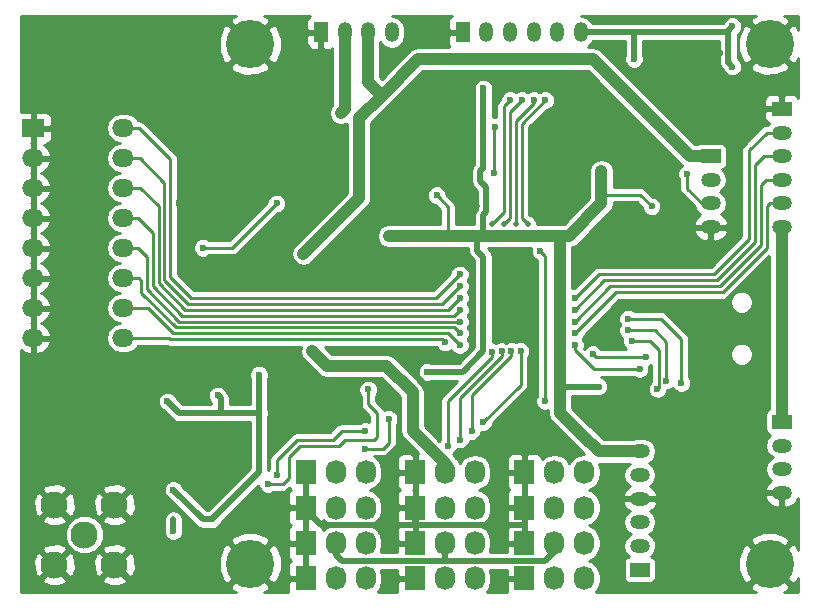
<source format=gbl>
G04 #@! TF.FileFunction,Copper,L2,Bot,Signal*
%FSLAX46Y46*%
G04 Gerber Fmt 4.6, Leading zero omitted, Abs format (unit mm)*
G04 Created by KiCad (PCBNEW (2015-09-15 BZR 6201)-product) date tis 17 nov 2015 13:25:14*
%MOMM*%
G01*
G04 APERTURE LIST*
%ADD10C,0.100000*%
%ADD11C,2.300000*%
%ADD12R,1.198880X1.699260*%
%ADD13O,1.198880X1.699260*%
%ADD14R,1.699260X1.198880*%
%ADD15O,1.699260X1.198880*%
%ADD16R,1.727200X2.032000*%
%ADD17O,1.727200X2.032000*%
%ADD18R,1.824000X1.524000*%
%ADD19O,1.824000X1.524000*%
%ADD20C,4.064000*%
%ADD21C,0.600000*%
%ADD22C,0.500000*%
%ADD23C,0.500000*%
%ADD24C,0.254000*%
%ADD25C,0.400000*%
%ADD26C,0.203000*%
%ADD27C,1.000000*%
G04 APERTURE END LIST*
D10*
D11*
X91977000Y-127539200D03*
X94517000Y-124999200D03*
X89437000Y-124999200D03*
X89437000Y-130079200D03*
X94517000Y-130079200D03*
D12*
X111997720Y-85000000D03*
D13*
X116000760Y-85000000D03*
X113999240Y-85000000D03*
X117999740Y-85000000D03*
D12*
X123996200Y-85000000D03*
D13*
X127999240Y-85000000D03*
X125997720Y-85000000D03*
X129998220Y-85000000D03*
X131999740Y-85000000D03*
X134001260Y-85000000D03*
D14*
X139000000Y-130502020D03*
D15*
X139000000Y-126498980D03*
X139000000Y-128500500D03*
X139000000Y-124500000D03*
X139000000Y-122498480D03*
X139000000Y-120496960D03*
D14*
X145000000Y-95497720D03*
D15*
X145000000Y-99500760D03*
X145000000Y-97499240D03*
X145000000Y-101499740D03*
D14*
X151000000Y-91496200D03*
D15*
X151000000Y-95499240D03*
X151000000Y-93497720D03*
X151000000Y-97498220D03*
X151000000Y-99499740D03*
X151000000Y-101501260D03*
D14*
X151000000Y-117997720D03*
D15*
X151000000Y-122000760D03*
X151000000Y-119999240D03*
X151000000Y-123999740D03*
D16*
X110710000Y-128250000D03*
D17*
X113250000Y-128250000D03*
X115790000Y-128250000D03*
D16*
X110710000Y-131250000D03*
D17*
X113250000Y-131250000D03*
X115790000Y-131250000D03*
D16*
X110710000Y-125250000D03*
D17*
X113250000Y-125250000D03*
X115790000Y-125250000D03*
D16*
X110710000Y-122250000D03*
D17*
X113250000Y-122250000D03*
X115790000Y-122250000D03*
D16*
X119960000Y-131250000D03*
D17*
X122500000Y-131250000D03*
X125040000Y-131250000D03*
D16*
X119960000Y-128250000D03*
D17*
X122500000Y-128250000D03*
X125040000Y-128250000D03*
D16*
X119960000Y-125250000D03*
D17*
X122500000Y-125250000D03*
X125040000Y-125250000D03*
D16*
X119960000Y-122250000D03*
D17*
X122500000Y-122250000D03*
X125040000Y-122250000D03*
D16*
X129210000Y-131250000D03*
D17*
X131750000Y-131250000D03*
X134290000Y-131250000D03*
D16*
X129210000Y-128250000D03*
D17*
X131750000Y-128250000D03*
X134290000Y-128250000D03*
D16*
X129210000Y-125250000D03*
D17*
X131750000Y-125250000D03*
X134290000Y-125250000D03*
D16*
X129210000Y-122250000D03*
D17*
X131750000Y-122250000D03*
X134290000Y-122250000D03*
D18*
X87651000Y-93122000D03*
D19*
X95271000Y-93122000D03*
X87651000Y-95662000D03*
X95271000Y-95662000D03*
X87651000Y-98202000D03*
X95271000Y-98202000D03*
X87651000Y-100742000D03*
X95271000Y-100742000D03*
X87651000Y-103282000D03*
X95271000Y-103282000D03*
X87651000Y-105822000D03*
X95271000Y-105822000D03*
X87651000Y-108362000D03*
X95271000Y-108362000D03*
X87651000Y-110902000D03*
X95271000Y-110902000D03*
D20*
X150000000Y-86000000D03*
X150000000Y-130000000D03*
X106000000Y-130000000D03*
X106000000Y-86000000D03*
D21*
X99500000Y-127250000D03*
X145750000Y-126307980D03*
X145749980Y-86750000D03*
X124862000Y-93000002D03*
X141372000Y-95281000D03*
X108077000Y-125603000D03*
D22*
X119606831Y-100919180D03*
X138176000Y-100584000D03*
D21*
X138557000Y-103124000D03*
X121000000Y-93250000D03*
X119250000Y-93250000D03*
X92104000Y-118827000D03*
X92866000Y-118827000D03*
X93628000Y-118827000D03*
X94390000Y-118827000D03*
X117500000Y-115500000D03*
X145500000Y-119000000D03*
X142500000Y-108500000D03*
X139250000Y-88000000D03*
X139250000Y-88750000D03*
X131000000Y-100250000D03*
D22*
X125250000Y-99750000D03*
D21*
X114500000Y-104500000D03*
X114500000Y-103750000D03*
X115500000Y-103750000D03*
X115500000Y-104500000D03*
X123000000Y-93250000D03*
X127750000Y-89750000D03*
X130000000Y-107500000D03*
X126750000Y-107500000D03*
X123750000Y-112750000D03*
X119250000Y-112500000D03*
X124750000Y-107500000D03*
X124750000Y-108500000D03*
X124750000Y-109500000D03*
X124750000Y-110500000D03*
X126750000Y-108500000D03*
X126750000Y-109500000D03*
X109250000Y-112250000D03*
X109250000Y-115000000D03*
X130000000Y-108500000D03*
X130000000Y-109500000D03*
X133500000Y-91000000D03*
D22*
X136000000Y-94000000D03*
D21*
X137750000Y-97500000D03*
X144750000Y-89750000D03*
X96287000Y-123729000D03*
X96922000Y-123729000D03*
X97557000Y-123729000D03*
X102250000Y-119250000D03*
X97438000Y-117557000D03*
X103500000Y-119250000D03*
X102750000Y-96500000D03*
X101750000Y-96500000D03*
X101750000Y-97500000D03*
X102750000Y-97500000D03*
X102750000Y-98500000D03*
X109000000Y-96500000D03*
X105500000Y-96000000D03*
X117000000Y-95000000D03*
X117000000Y-96000000D03*
X117750000Y-91750000D03*
X119500000Y-97500000D03*
X109750000Y-91250000D03*
X111000000Y-91250000D03*
X112250000Y-91250000D03*
X112500000Y-96500000D03*
X133500000Y-103500000D03*
X134500000Y-103500000D03*
X134500000Y-104500000D03*
X121941000Y-89820000D03*
X95000000Y-127000000D03*
X95000000Y-128000000D03*
X92500000Y-130500000D03*
X91500000Y-130500000D03*
X89000000Y-128000000D03*
X89000000Y-127000000D03*
X89000000Y-123000000D03*
X89000000Y-121500000D03*
X89000000Y-120000000D03*
X90500000Y-120000000D03*
X97500000Y-127250000D03*
X100000000Y-99500000D03*
X101000000Y-99500000D03*
X102256000Y-120808000D03*
X103526000Y-120808000D03*
X135000000Y-116000000D03*
X139000000Y-116000000D03*
X108250000Y-99500000D03*
X102000000Y-103250000D03*
X110500000Y-103750000D03*
X111250000Y-112000000D03*
X113686000Y-91852000D03*
X146833008Y-87915000D03*
X146833004Y-84486000D03*
X102750000Y-126245980D03*
X121793000Y-98806000D03*
X140000000Y-99750000D03*
X125750000Y-96500000D03*
X135750000Y-96750000D03*
X117750000Y-102250000D03*
X106750000Y-114000000D03*
X135750000Y-98750000D03*
X135500000Y-115000000D03*
X125750000Y-89750000D03*
X121000000Y-113750000D03*
X138500000Y-87250000D03*
X99500000Y-123750000D03*
X103250000Y-115750000D03*
X106750000Y-117250000D03*
X99000000Y-116250000D03*
X126767000Y-92995000D03*
X126640000Y-96932000D03*
X130577000Y-103536000D03*
X130958000Y-116236000D03*
X129000000Y-90750000D03*
D22*
X127500000Y-101250000D03*
X126500000Y-101250000D03*
D21*
X128000000Y-90750000D03*
X130000000Y-90750000D03*
D22*
X128500000Y-101250000D03*
D21*
X131000000Y-90750000D03*
D22*
X129500000Y-101250000D03*
D21*
X140483000Y-115220000D03*
X138324000Y-111156000D03*
X143000000Y-97000000D03*
X133500000Y-108500000D03*
X133500000Y-107500000D03*
X133500000Y-109500000D03*
X133500000Y-110500000D03*
X126499241Y-112050637D03*
X122750000Y-120000000D03*
X127298120Y-112008069D03*
X123750000Y-119500000D03*
X128098081Y-111999011D03*
X124750000Y-118750000D03*
X128898092Y-112000071D03*
X125750000Y-118000000D03*
X139500000Y-112500006D03*
X135000000Y-112250000D03*
X122500000Y-111250000D03*
X123750000Y-111500000D03*
X123750000Y-110500000D03*
X123750000Y-109500000D03*
X123750000Y-108500000D03*
X123750000Y-107500000D03*
X123750000Y-106500000D03*
X123750000Y-105500000D03*
X117750000Y-117750000D03*
X115750000Y-120250000D03*
X116000000Y-115250000D03*
X107500000Y-123250000D03*
X115750000Y-118750000D03*
X108250000Y-122500000D03*
X142515000Y-114712000D03*
X138000000Y-109250000D03*
X141250000Y-114500000D03*
X138000000Y-110250000D03*
X138969661Y-113530339D03*
X133500000Y-111500000D03*
D23*
X99500000Y-126250000D02*
X99500000Y-127250000D01*
D24*
X148058240Y-123999740D02*
X146049999Y-126007981D01*
X145500000Y-126057980D02*
X145750000Y-126307980D01*
X145500000Y-119000000D02*
X145500000Y-126057980D01*
X139000000Y-124500000D02*
X143942020Y-124500000D01*
X151000000Y-123999740D02*
X148058240Y-123999740D01*
X145450001Y-126007981D02*
X145750000Y-126307980D01*
X143942020Y-124500000D02*
X145450001Y-126007981D01*
X146049999Y-126007981D02*
X145750000Y-126307980D01*
X145449981Y-87049999D02*
X145749980Y-86750000D01*
X144750000Y-87749980D02*
X145449981Y-87049999D01*
X144750000Y-88000000D02*
X144750000Y-87749980D01*
X124591826Y-93250000D02*
X123000000Y-93250000D01*
X124862000Y-93000002D02*
X124612002Y-93250000D01*
X124612002Y-93250000D02*
X124591826Y-93250000D01*
X121000000Y-93250000D02*
X121000000Y-90761000D01*
X121000000Y-90761000D02*
X121941000Y-89820000D01*
X119250000Y-93250000D02*
X117750000Y-91750000D01*
X121000000Y-93250000D02*
X123000000Y-93250000D01*
X137750000Y-97500000D02*
X139153000Y-97500000D01*
X139153000Y-97500000D02*
X141372000Y-95281000D01*
X118500000Y-119520000D02*
X118500000Y-116500000D01*
X118500000Y-116500000D02*
X117500000Y-115500000D01*
X119960000Y-122250000D02*
X119960000Y-120980000D01*
X119960000Y-120980000D02*
X118500000Y-119520000D01*
X138557000Y-103124000D02*
X144229180Y-103124000D01*
X144229180Y-103124000D02*
X145000000Y-102353180D01*
X145000000Y-102353180D02*
X145000000Y-101499740D01*
X139250000Y-88000000D02*
X144750000Y-88000000D01*
X144750000Y-89750000D02*
X144750000Y-88000000D01*
X125250000Y-99750000D02*
X124896447Y-99750000D01*
X124896447Y-99750000D02*
X122646447Y-97500000D01*
X122646447Y-97500000D02*
X119853553Y-97500000D01*
X119853553Y-97500000D02*
X119500000Y-97500000D01*
X119606831Y-100919180D02*
X119606831Y-97606831D01*
X119606831Y-97606831D02*
X119500000Y-97500000D01*
X115951000Y-102945447D02*
X115951000Y-101049000D01*
X115951000Y-101049000D02*
X119500000Y-97500000D01*
X115500000Y-103750000D02*
X115500000Y-103396447D01*
X115500000Y-103396447D02*
X115951000Y-102945447D01*
X111997720Y-85000000D02*
X111997720Y-90997720D01*
X111997720Y-90997720D02*
X112250000Y-91250000D01*
X108077000Y-125603000D02*
X108430000Y-125250000D01*
X108430000Y-125250000D02*
X110710000Y-125250000D01*
X136000000Y-94000000D02*
X137750000Y-95750000D01*
X137750000Y-95750000D02*
X137750000Y-97500000D01*
D25*
X97557000Y-123729000D02*
X97557000Y-117676000D01*
X97557000Y-117676000D02*
X97438000Y-117557000D01*
X97438000Y-115668000D02*
X100856000Y-112250000D01*
X100856000Y-112250000D02*
X109250000Y-112250000D01*
X97438000Y-117557000D02*
X97438000Y-115668000D01*
D24*
X138557000Y-103124000D02*
X138557000Y-100965000D01*
X138557000Y-100965000D02*
X138425999Y-100833999D01*
X138425999Y-100833999D02*
X138176000Y-100584000D01*
X138203447Y-103124000D02*
X138557000Y-103124000D01*
X135876000Y-103124000D02*
X138203447Y-103124000D01*
X134500000Y-104500000D02*
X135876000Y-103124000D01*
D23*
X110710000Y-125250000D02*
X110710000Y-125460000D01*
X129250000Y-125290000D02*
X129210000Y-125250000D01*
X112000000Y-126750000D02*
X110710000Y-125460000D01*
X120000000Y-126750000D02*
X129250000Y-126750000D01*
X129250000Y-125290000D02*
X129250000Y-126750000D01*
X119960000Y-126750000D02*
X120000000Y-126750000D01*
X119960000Y-125250000D02*
X119960000Y-126750000D01*
X112000000Y-126750000D02*
X120000000Y-126750000D01*
X92866000Y-118827000D02*
X92104000Y-118827000D01*
X94390000Y-118827000D02*
X93628000Y-118827000D01*
D24*
X143250000Y-119000000D02*
X145500000Y-119000000D01*
X142500000Y-108500000D02*
X145500000Y-111500000D01*
X145500000Y-111500000D02*
X145500000Y-119000000D01*
X114500000Y-103750000D02*
X115500000Y-103750000D01*
X114500000Y-104500000D02*
X115500000Y-104500000D01*
X130000000Y-107500000D02*
X126750000Y-107500000D01*
D23*
X123750000Y-112750000D02*
X123500000Y-112500000D01*
X123500000Y-112500000D02*
X119250000Y-112500000D01*
X124750000Y-107500000D02*
X124750000Y-108500000D01*
X124750000Y-109500000D02*
X124750000Y-110500000D01*
X126750000Y-107500000D02*
X126750000Y-108500000D01*
D24*
X109250000Y-112250000D02*
X109250000Y-115000000D01*
X130000000Y-107500000D02*
X130000000Y-108500000D01*
D26*
X96287000Y-123729000D02*
X96922000Y-123729000D01*
D24*
X101750000Y-96500000D02*
X101750000Y-97500000D01*
X102750000Y-97500000D02*
X102750000Y-98500000D01*
X105500000Y-96500000D02*
X102750000Y-96500000D01*
X109000000Y-96500000D02*
X105500000Y-96500000D01*
X105500000Y-96000000D02*
X105500000Y-96500000D01*
X117750000Y-94250000D02*
X117000000Y-95000000D01*
X117000000Y-96000000D02*
X118500000Y-97500000D01*
X118500000Y-97500000D02*
X119500000Y-97500000D01*
X117750000Y-91750000D02*
X117750000Y-94250000D01*
X112500000Y-94000000D02*
X109750000Y-91250000D01*
X111000000Y-91250000D02*
X112250000Y-91250000D01*
X112500000Y-96500000D02*
X112500000Y-94000000D01*
X133500000Y-103500000D02*
X134500000Y-103500000D01*
X95000000Y-128000000D02*
X95000000Y-127000000D01*
X91500000Y-130500000D02*
X92500000Y-130500000D01*
X89000000Y-127000000D02*
X89000000Y-128000000D01*
X89000000Y-121500000D02*
X89000000Y-123000000D01*
X90500000Y-120000000D02*
X89000000Y-120000000D01*
X100000000Y-99500000D02*
X101000000Y-99500000D01*
X102250000Y-120802000D02*
X102256000Y-120808000D01*
X103500000Y-120782000D02*
X103526000Y-120808000D01*
X103500000Y-119250000D02*
X103500000Y-120782000D01*
X140250000Y-116000000D02*
X143250000Y-119000000D01*
X139000000Y-116000000D02*
X135000000Y-116000000D01*
X139000000Y-116000000D02*
X140250000Y-116000000D01*
D23*
X98557000Y-117557000D02*
X100250000Y-119250000D01*
X100250000Y-119250000D02*
X102250000Y-119250000D01*
X97438000Y-117557000D02*
X98557000Y-117557000D01*
X102250000Y-119250000D02*
X103500000Y-119250000D01*
D24*
X102250000Y-119250000D02*
X102250000Y-120802000D01*
D27*
X115199251Y-92300749D02*
X115199251Y-99050749D01*
X117125000Y-90375000D02*
X115199251Y-92300749D01*
X115199251Y-99050749D02*
X110799999Y-103450001D01*
X110799999Y-103450001D02*
X110500000Y-103750000D01*
X111250000Y-112000000D02*
X112500000Y-113250000D01*
X112500000Y-113250000D02*
X117500000Y-113250000D01*
X117500000Y-113250000D02*
X119750000Y-115500000D01*
X119750000Y-115500000D02*
X119750000Y-118750000D01*
X119750000Y-118750000D02*
X122500000Y-121500000D01*
X122500000Y-121500000D02*
X122500000Y-122250000D01*
X116000760Y-85000000D02*
X116000760Y-89250760D01*
X116000760Y-89250760D02*
X117125000Y-90375000D01*
X120250000Y-87250000D02*
X135000000Y-87250000D01*
X143247720Y-95497720D02*
X135000000Y-87250000D01*
X120250000Y-87250000D02*
X117125000Y-90375000D01*
X143247720Y-95497720D02*
X145000000Y-95497720D01*
X151000000Y-117997720D02*
X151000000Y-101501260D01*
D23*
X113250000Y-122250000D02*
X113250000Y-123000000D01*
X113250000Y-128250000D02*
X113250000Y-129000000D01*
X113250000Y-129250000D02*
X113250000Y-128250000D01*
X122250000Y-129750000D02*
X113750000Y-129750000D01*
X113750000Y-129750000D02*
X113250000Y-129250000D01*
X131000000Y-129750000D02*
X122250000Y-129750000D01*
X131750000Y-129000000D02*
X131000000Y-129750000D01*
X131750000Y-128250000D02*
X131750000Y-129000000D01*
X122500000Y-129750000D02*
X122250000Y-129750000D01*
X122500000Y-128250000D02*
X122500000Y-129750000D01*
D24*
X108250000Y-99500000D02*
X104500000Y-103250000D01*
X104500000Y-103250000D02*
X102000000Y-103250000D01*
D27*
X113999240Y-91538760D02*
X113985999Y-91552001D01*
X113999240Y-85000000D02*
X113999240Y-91538760D01*
X113985999Y-91552001D02*
X113686000Y-91852000D01*
D23*
X146533009Y-87615001D02*
X146833008Y-87915000D01*
X146500000Y-87581992D02*
X146533009Y-87615001D01*
X146500000Y-85000000D02*
X146500000Y-87581992D01*
X146533005Y-84785999D02*
X146833004Y-84486000D01*
X146500000Y-84819004D02*
X146533005Y-84785999D01*
X146500000Y-85000000D02*
X146500000Y-84819004D01*
X102325736Y-126245980D02*
X102750000Y-126245980D01*
X103049999Y-125945981D02*
X102750000Y-126245980D01*
X106750000Y-122245980D02*
X103049999Y-125945981D01*
X101995980Y-126245980D02*
X102325736Y-126245980D01*
X106750000Y-117250000D02*
X106750000Y-122245980D01*
X99500000Y-123750000D02*
X101995980Y-126245980D01*
X125751000Y-110902000D02*
X125751000Y-111999000D01*
X125250000Y-102250000D02*
X125250000Y-103500000D01*
X125750000Y-110901000D02*
X125751000Y-110902000D01*
X125750000Y-104000000D02*
X125750000Y-110901000D01*
X121424264Y-113750000D02*
X121000000Y-113750000D01*
X125250000Y-103500000D02*
X125750000Y-104000000D01*
X125751000Y-111999000D02*
X124000000Y-113750000D01*
X124000000Y-113750000D02*
X121424264Y-113750000D01*
D27*
X134000000Y-119000000D02*
X135496960Y-120496960D01*
X135496960Y-120496960D02*
X139000000Y-120496960D01*
D24*
X122750000Y-99763000D02*
X122042999Y-99055999D01*
X122750000Y-102250000D02*
X122750000Y-99763000D01*
X122042999Y-99055999D02*
X121793000Y-98806000D01*
D23*
X125997170Y-98099990D02*
X125500001Y-97602821D01*
X125750000Y-100500000D02*
X125997170Y-100252830D01*
X125500001Y-96749999D02*
X125750000Y-96500000D01*
X125500001Y-97602821D02*
X125500001Y-96749999D01*
X125750000Y-102250000D02*
X125750000Y-100500000D01*
X125997170Y-100252830D02*
X125997170Y-98099990D01*
D24*
X139000000Y-98750000D02*
X135750000Y-98750000D01*
X140000000Y-99750000D02*
X139000000Y-98750000D01*
D27*
X132250000Y-102250000D02*
X132250000Y-115000000D01*
X132250000Y-115000000D02*
X132250000Y-117250000D01*
X132250000Y-117250000D02*
X134000000Y-119000000D01*
X135750000Y-98750000D02*
X135750000Y-96750000D01*
X125750000Y-102250000D02*
X132250000Y-102250000D01*
X135750000Y-99500000D02*
X135750000Y-98750000D01*
X132250000Y-102250000D02*
X133000000Y-102250000D01*
X133000000Y-102250000D02*
X135750000Y-99500000D01*
X125250000Y-102250000D02*
X125750000Y-102250000D01*
X122750000Y-102250000D02*
X125250000Y-102250000D01*
X117750000Y-102250000D02*
X122750000Y-102250000D01*
D23*
X106750000Y-117250000D02*
X106750000Y-114000000D01*
X125750000Y-96500000D02*
X125750000Y-89750000D01*
X138500000Y-85000000D02*
X146500000Y-85000000D01*
X134001260Y-85000000D02*
X138500000Y-85000000D01*
X135500000Y-115000000D02*
X132250000Y-115000000D01*
X125250000Y-102250000D02*
X125250000Y-102500000D01*
X138500000Y-85000000D02*
X138500000Y-87250000D01*
X106750000Y-117250000D02*
X103500000Y-117250000D01*
X103250000Y-115750000D02*
X103500000Y-116000000D01*
X100000000Y-117250000D02*
X99000000Y-116250000D01*
X103500000Y-117250000D02*
X100000000Y-117250000D01*
X103500000Y-116000000D02*
X103500000Y-117250000D01*
D24*
X126640000Y-96932000D02*
X126640000Y-93122000D01*
X126640000Y-93122000D02*
X126767000Y-92995000D01*
X130958000Y-116236000D02*
X130958000Y-103917000D01*
X130958000Y-103917000D02*
X130577000Y-103536000D01*
X139250190Y-128500500D02*
X139000000Y-128500500D01*
X128000000Y-91750000D02*
X129000000Y-90750000D01*
X128000000Y-91750000D02*
X127999240Y-100750760D01*
X127999240Y-100750760D02*
X127500000Y-101250000D01*
X127500000Y-100250000D02*
X126500000Y-101250000D01*
X127500000Y-91250000D02*
X127500000Y-100250000D01*
X128000000Y-90750000D02*
X127500000Y-91250000D01*
X130000000Y-91000000D02*
X130000000Y-90750000D01*
X128500000Y-92500000D02*
X130000000Y-91000000D01*
X128500000Y-101250000D02*
X128500000Y-92500000D01*
X129000000Y-92750000D02*
X131000000Y-90750000D01*
X129000000Y-100750000D02*
X129000000Y-92750000D01*
X129000000Y-100750000D02*
X129500000Y-101250000D01*
X140610000Y-111918000D02*
X140610000Y-115093000D01*
X140610000Y-115093000D02*
X140483000Y-115220000D01*
X139848000Y-111156000D02*
X140610000Y-111918000D01*
X138324000Y-111156000D02*
X139848000Y-111156000D01*
X144250760Y-99500760D02*
X143000000Y-98250000D01*
X143000000Y-98250000D02*
X143000000Y-97000000D01*
X145000000Y-99500760D02*
X144250760Y-99500760D01*
X150999240Y-95500000D02*
X151000000Y-95499240D01*
X149500760Y-95499240D02*
X148750000Y-96250000D01*
X148750000Y-96250000D02*
X148750000Y-102750000D01*
X148750000Y-102750000D02*
X145500000Y-106000000D01*
X136000000Y-106000000D02*
X145500000Y-106000000D01*
X133500000Y-108500000D02*
X136000000Y-106000000D01*
X151000000Y-95499240D02*
X149500760Y-95499240D01*
X148250000Y-102500000D02*
X145250000Y-105500000D01*
X148250000Y-95000000D02*
X148250000Y-102500000D01*
X149750000Y-93500000D02*
X148250000Y-95000000D01*
X135500000Y-105500000D02*
X145250000Y-105500000D01*
X133500000Y-107500000D02*
X135500000Y-105500000D01*
X150997720Y-93500000D02*
X151000000Y-93497720D01*
X149750000Y-93500000D02*
X150997720Y-93500000D01*
X151000000Y-97498220D02*
X149705782Y-97498220D01*
X149250000Y-103000000D02*
X145750000Y-106500000D01*
X149250000Y-97954002D02*
X149250000Y-103000000D01*
X149705782Y-97498220D02*
X149250000Y-97954002D01*
X133500000Y-109500000D02*
X136500000Y-106500000D01*
X136500000Y-106500000D02*
X145750000Y-106500000D01*
X151000000Y-99499740D02*
X150000260Y-99499740D01*
X149750000Y-103250000D02*
X146000000Y-107000000D01*
X149750000Y-99750000D02*
X149750000Y-103250000D01*
X150000260Y-99499740D02*
X149750000Y-99750000D01*
X133500000Y-110500000D02*
X137000000Y-107000000D01*
X146000000Y-107000000D02*
X137000000Y-107000000D01*
X126499241Y-112500759D02*
X126499241Y-112474901D01*
X122750000Y-116250000D02*
X126499241Y-112500759D01*
X122750000Y-120000000D02*
X122750000Y-116250000D01*
X126499241Y-112474901D02*
X126499241Y-112050637D01*
X123750000Y-116000000D02*
X127298120Y-112451880D01*
X127298120Y-112451880D02*
X127298120Y-112432333D01*
X127298120Y-112432333D02*
X127298120Y-112008069D01*
X123750000Y-119500000D02*
X123750000Y-116000000D01*
X124750000Y-118750000D02*
X124750000Y-115750000D01*
X128098081Y-112401919D02*
X128098081Y-111999011D01*
X124750000Y-115750000D02*
X128098081Y-112401919D01*
X128898092Y-112424335D02*
X128898092Y-112000071D01*
X125750000Y-118000000D02*
X128898092Y-114851908D01*
X128898092Y-114851908D02*
X128898092Y-112424335D01*
X135000000Y-112250000D02*
X135250000Y-112500000D01*
X135250000Y-112500000D02*
X139499994Y-112500000D01*
X139499994Y-112500000D02*
X139500000Y-112500006D01*
X99250000Y-111000000D02*
X99140000Y-110890000D01*
X99140000Y-110890000D02*
X95310000Y-110890000D01*
X122500000Y-111250000D02*
X122250000Y-111000000D01*
X122250000Y-111000000D02*
X99250000Y-111000000D01*
X99500000Y-110500000D02*
X97350000Y-108350000D01*
X97350000Y-108350000D02*
X95310000Y-108350000D01*
X123750000Y-111500000D02*
X122750000Y-110500000D01*
X122750000Y-110500000D02*
X99500000Y-110500000D01*
X123750000Y-110500000D02*
X123250000Y-110000000D01*
X99704002Y-109954002D02*
X96795998Y-107045998D01*
X96795998Y-107045998D02*
X96795998Y-106045998D01*
X96795998Y-106045998D02*
X96560000Y-105810000D01*
X96560000Y-105810000D02*
X95310000Y-105810000D01*
X123250000Y-110000000D02*
X99704002Y-109954002D01*
X95330000Y-103250000D02*
X95310000Y-103270000D01*
X100000000Y-109500000D02*
X97250000Y-106750000D01*
X100000000Y-109500000D02*
X123750000Y-109500000D01*
X97250000Y-104000000D02*
X96500000Y-103250000D01*
X97250000Y-106750000D02*
X97250000Y-104000000D01*
X95330000Y-103250000D02*
X96500000Y-103250000D01*
X123250000Y-109000000D02*
X100250000Y-109000000D01*
X96482696Y-100732696D02*
X97750000Y-102000000D01*
X97750000Y-102000000D02*
X97750000Y-106500000D01*
X97750000Y-106500000D02*
X100250000Y-109000000D01*
X96482696Y-100732696D02*
X95310000Y-100730000D01*
X123750000Y-108500000D02*
X123250000Y-109000000D01*
X122750000Y-108500000D02*
X123750000Y-107500000D01*
X95310000Y-98190000D02*
X96692899Y-98192899D01*
X98250000Y-99750000D02*
X96692899Y-98192899D01*
X98250000Y-106250000D02*
X98250000Y-99750000D01*
X100500000Y-108500000D02*
X98250000Y-106250000D01*
X100500000Y-108500000D02*
X122750000Y-108500000D01*
X123750000Y-106500000D02*
X122250000Y-108000000D01*
X96652359Y-95652359D02*
X95310000Y-95650000D01*
X98750000Y-97750000D02*
X96652359Y-95652359D01*
X98750000Y-106000000D02*
X98750000Y-97750000D01*
X100750000Y-108000000D02*
X98750000Y-106000000D01*
X122250000Y-108000000D02*
X100750000Y-108000000D01*
X121750000Y-107500000D02*
X123750000Y-105500000D01*
X95310000Y-93110000D02*
X96612322Y-93112322D01*
X99250000Y-95750000D02*
X96612322Y-93112322D01*
X99250000Y-105750000D02*
X99250000Y-95750000D01*
X101000000Y-107500000D02*
X99250000Y-105750000D01*
X101000000Y-107500000D02*
X121750000Y-107500000D01*
X117250000Y-120250000D02*
X117750000Y-119750000D01*
X117750000Y-119750000D02*
X117750000Y-117750000D01*
X115750000Y-120250000D02*
X117250000Y-120250000D01*
X116000000Y-115250000D02*
X116000000Y-116500000D01*
X108750000Y-123250000D02*
X107500000Y-123250000D01*
X109250000Y-122750000D02*
X108750000Y-123250000D01*
X109250000Y-121000000D02*
X109250000Y-122750000D01*
X110250000Y-120000000D02*
X109250000Y-121000000D01*
X113500000Y-120000000D02*
X110250000Y-120000000D01*
X114000000Y-119500000D02*
X113500000Y-120000000D01*
X116500000Y-119500000D02*
X114000000Y-119500000D01*
X116750000Y-119250000D02*
X116500000Y-119500000D01*
X116750000Y-117250000D02*
X116750000Y-119250000D01*
X116000000Y-116500000D02*
X116750000Y-117250000D01*
X115750000Y-118750000D02*
X113750000Y-118750000D01*
X108250000Y-121250000D02*
X108250000Y-122500000D01*
X110000000Y-119500000D02*
X108250000Y-121250000D01*
X113000000Y-119500000D02*
X110000000Y-119500000D01*
X113750000Y-118750000D02*
X113000000Y-119500000D01*
X142515000Y-114287736D02*
X142515000Y-114712000D01*
X140750000Y-109250000D02*
X142515000Y-111015000D01*
X138000000Y-109250000D02*
X140750000Y-109250000D01*
X142515000Y-111015000D02*
X142515000Y-114287736D01*
X138000000Y-110250000D02*
X140250000Y-110250000D01*
X140250000Y-110250000D02*
X141250000Y-111250000D01*
X141250000Y-111250000D02*
X141250000Y-114500000D01*
X133500000Y-111924264D02*
X135106075Y-113530339D01*
X138616108Y-113530339D02*
X138969661Y-113530339D01*
X135106075Y-113530339D02*
X138616108Y-113530339D01*
X133500000Y-111500000D02*
X133500000Y-111924264D01*
G36*
X149973000Y-116894330D02*
X149955076Y-116897703D01*
X149775710Y-117013122D01*
X149655380Y-117189231D01*
X149613046Y-117398280D01*
X149613046Y-118597160D01*
X149649793Y-118792454D01*
X149765212Y-118971820D01*
X149941321Y-119092150D01*
X150056814Y-119115538D01*
X149926327Y-119202727D01*
X149682145Y-119568170D01*
X149596400Y-119999240D01*
X149682145Y-120430310D01*
X149926327Y-120795753D01*
X150232003Y-121000000D01*
X149926327Y-121204247D01*
X149682145Y-121569690D01*
X149596400Y-122000760D01*
X149682145Y-122431830D01*
X149926327Y-122797273D01*
X150131373Y-122934281D01*
X149818432Y-123170783D01*
X149572101Y-123590307D01*
X149556905Y-123682219D01*
X149681643Y-123872740D01*
X150873000Y-123872740D01*
X150873000Y-123852740D01*
X151127000Y-123852740D01*
X151127000Y-123872740D01*
X151147000Y-123872740D01*
X151147000Y-124126740D01*
X151127000Y-124126740D01*
X151127000Y-125081740D01*
X151322613Y-125244485D01*
X151793443Y-125122019D01*
X152181568Y-124828697D01*
X152398000Y-124460094D01*
X152398000Y-128809938D01*
X152272168Y-128506154D01*
X151898121Y-128281484D01*
X150179605Y-130000000D01*
X151898121Y-131718516D01*
X152272168Y-131493846D01*
X152398000Y-131183541D01*
X152398000Y-132398000D01*
X151190062Y-132398000D01*
X151493846Y-132272168D01*
X151718516Y-131898121D01*
X150000000Y-130179605D01*
X148281484Y-131898121D01*
X148506154Y-132272168D01*
X148816459Y-132398000D01*
X135285285Y-132398000D01*
X135574747Y-131964789D01*
X135680600Y-131432629D01*
X135680600Y-131067371D01*
X135574747Y-130535211D01*
X135273303Y-130084068D01*
X134822160Y-129782624D01*
X134658148Y-129750000D01*
X134822160Y-129717376D01*
X135273303Y-129415932D01*
X135574747Y-128964789D01*
X135680600Y-128432629D01*
X135680600Y-128067371D01*
X135574747Y-127535211D01*
X135273303Y-127084068D01*
X134822160Y-126782624D01*
X134658148Y-126750000D01*
X134822160Y-126717376D01*
X135273303Y-126415932D01*
X135574747Y-125964789D01*
X135680600Y-125432629D01*
X135680600Y-125067371D01*
X135630902Y-124817521D01*
X137556905Y-124817521D01*
X137572101Y-124909433D01*
X137818432Y-125328957D01*
X138131373Y-125565459D01*
X137926327Y-125702467D01*
X137682145Y-126067910D01*
X137596400Y-126498980D01*
X137682145Y-126930050D01*
X137926327Y-127295493D01*
X138232003Y-127499740D01*
X137926327Y-127703987D01*
X137682145Y-128069430D01*
X137596400Y-128500500D01*
X137682145Y-128931570D01*
X137926327Y-129297013D01*
X138055247Y-129383155D01*
X137955076Y-129402003D01*
X137775710Y-129517422D01*
X137655380Y-129693531D01*
X137613046Y-129902580D01*
X137613046Y-131101460D01*
X137649793Y-131296754D01*
X137765212Y-131476120D01*
X137941321Y-131596450D01*
X138150370Y-131638784D01*
X139849630Y-131638784D01*
X140044924Y-131602037D01*
X140224290Y-131486618D01*
X140344620Y-131310509D01*
X140386954Y-131101460D01*
X140386954Y-129902580D01*
X140350207Y-129707286D01*
X140234788Y-129527920D01*
X140178395Y-129489388D01*
X147329120Y-129489388D01*
X147337025Y-130550357D01*
X147727832Y-131493846D01*
X148101879Y-131718516D01*
X149820395Y-130000000D01*
X148101879Y-128281484D01*
X147727832Y-128506154D01*
X147329120Y-129489388D01*
X140178395Y-129489388D01*
X140058679Y-129407590D01*
X139943186Y-129384202D01*
X140073673Y-129297013D01*
X140317855Y-128931570D01*
X140403600Y-128500500D01*
X140324310Y-128101879D01*
X148281484Y-128101879D01*
X150000000Y-129820395D01*
X151718516Y-128101879D01*
X151493846Y-127727832D01*
X150510612Y-127329120D01*
X149449643Y-127337025D01*
X148506154Y-127727832D01*
X148281484Y-128101879D01*
X140324310Y-128101879D01*
X140317855Y-128069430D01*
X140073673Y-127703987D01*
X139767997Y-127499740D01*
X140073673Y-127295493D01*
X140317855Y-126930050D01*
X140403600Y-126498980D01*
X140317855Y-126067910D01*
X140073673Y-125702467D01*
X139868627Y-125565459D01*
X140181568Y-125328957D01*
X140427899Y-124909433D01*
X140443095Y-124817521D01*
X140318357Y-124627000D01*
X139127000Y-124627000D01*
X139127000Y-124647000D01*
X138873000Y-124647000D01*
X138873000Y-124627000D01*
X137681643Y-124627000D01*
X137556905Y-124817521D01*
X135630902Y-124817521D01*
X135574747Y-124535211D01*
X135273303Y-124084068D01*
X134822160Y-123782624D01*
X134658148Y-123750000D01*
X134822160Y-123717376D01*
X135273303Y-123415932D01*
X135574747Y-122964789D01*
X135680600Y-122432629D01*
X135680600Y-122067371D01*
X135574747Y-121535211D01*
X135567229Y-121523960D01*
X138192732Y-121523960D01*
X137926327Y-121701967D01*
X137682145Y-122067410D01*
X137596400Y-122498480D01*
X137682145Y-122929550D01*
X137926327Y-123294993D01*
X138133157Y-123433193D01*
X137818432Y-123671043D01*
X137572101Y-124090567D01*
X137556905Y-124182479D01*
X137681643Y-124373000D01*
X138873000Y-124373000D01*
X138873000Y-124353000D01*
X139127000Y-124353000D01*
X139127000Y-124373000D01*
X140318357Y-124373000D01*
X140354850Y-124317261D01*
X149556905Y-124317261D01*
X149572101Y-124409173D01*
X149818432Y-124828697D01*
X150206557Y-125122019D01*
X150677387Y-125244485D01*
X150873000Y-125081740D01*
X150873000Y-124126740D01*
X149681643Y-124126740D01*
X149556905Y-124317261D01*
X140354850Y-124317261D01*
X140443095Y-124182479D01*
X140427899Y-124090567D01*
X140181568Y-123671043D01*
X139866843Y-123433193D01*
X140073673Y-123294993D01*
X140317855Y-122929550D01*
X140403600Y-122498480D01*
X140317855Y-122067410D01*
X140073673Y-121701967D01*
X139767997Y-121497720D01*
X140073673Y-121293473D01*
X140317855Y-120928030D01*
X140403600Y-120496960D01*
X140317855Y-120065890D01*
X140073673Y-119700447D01*
X139708230Y-119456265D01*
X139277160Y-119370520D01*
X138722840Y-119370520D01*
X138291770Y-119456265D01*
X138271274Y-119469960D01*
X135922358Y-119469960D01*
X134726199Y-118273801D01*
X134726196Y-118273799D01*
X133277000Y-116824602D01*
X133277000Y-115777000D01*
X135214711Y-115777000D01*
X135334778Y-115826856D01*
X135663779Y-115827143D01*
X135967846Y-115701505D01*
X136200688Y-115469070D01*
X136326856Y-115165222D01*
X136327143Y-114836221D01*
X136201505Y-114532154D01*
X135969070Y-114299312D01*
X135692183Y-114184339D01*
X138453985Y-114184339D01*
X138500591Y-114231027D01*
X138804439Y-114357195D01*
X139133440Y-114357482D01*
X139437507Y-114231844D01*
X139670349Y-113999409D01*
X139796517Y-113695561D01*
X139796804Y-113366560D01*
X139763495Y-113285947D01*
X139956000Y-113206406D01*
X139956000Y-114577546D01*
X139782312Y-114750930D01*
X139656144Y-115054778D01*
X139655857Y-115383779D01*
X139781495Y-115687846D01*
X140013930Y-115920688D01*
X140317778Y-116046856D01*
X140646779Y-116047143D01*
X140950846Y-115921505D01*
X141183688Y-115689070D01*
X141309856Y-115385222D01*
X141309907Y-115327052D01*
X141413779Y-115327143D01*
X141717846Y-115201505D01*
X141791900Y-115127581D01*
X141813495Y-115179846D01*
X142045930Y-115412688D01*
X142349778Y-115538856D01*
X142678779Y-115539143D01*
X142982846Y-115413505D01*
X143215688Y-115181070D01*
X143341856Y-114877222D01*
X143342143Y-114548221D01*
X143216505Y-114244154D01*
X143169000Y-114196566D01*
X143169000Y-112446681D01*
X146618251Y-112446681D01*
X146766613Y-112805745D01*
X147041090Y-113080701D01*
X147399894Y-113229690D01*
X147788401Y-113230029D01*
X148147465Y-113081667D01*
X148422421Y-112807190D01*
X148571410Y-112448386D01*
X148571749Y-112059879D01*
X148423387Y-111700815D01*
X148148910Y-111425859D01*
X147790106Y-111276870D01*
X147401599Y-111276531D01*
X147042535Y-111424893D01*
X146767579Y-111699370D01*
X146618590Y-112058174D01*
X146618251Y-112446681D01*
X143169000Y-112446681D01*
X143169000Y-111015000D01*
X143119217Y-110764725D01*
X142977448Y-110552552D01*
X141212448Y-108787552D01*
X141000275Y-108645783D01*
X140750000Y-108596000D01*
X138515676Y-108596000D01*
X138469070Y-108549312D01*
X138165222Y-108423144D01*
X137836221Y-108422857D01*
X137532154Y-108548495D01*
X137299312Y-108780930D01*
X137173144Y-109084778D01*
X137172857Y-109413779D01*
X137298495Y-109717846D01*
X137330445Y-109749852D01*
X137299312Y-109780930D01*
X137173144Y-110084778D01*
X137172857Y-110413779D01*
X137298495Y-110717846D01*
X137518826Y-110938562D01*
X137497144Y-110990778D01*
X137496857Y-111319779D01*
X137622495Y-111623846D01*
X137844261Y-111846000D01*
X135727886Y-111846000D01*
X135701505Y-111782154D01*
X135469070Y-111549312D01*
X135165222Y-111423144D01*
X134836221Y-111422857D01*
X134532154Y-111548495D01*
X134299312Y-111780930D01*
X134294104Y-111793472D01*
X134279618Y-111778986D01*
X134326856Y-111665222D01*
X134327143Y-111336221D01*
X134201505Y-111032154D01*
X134169555Y-111000148D01*
X134200688Y-110969070D01*
X134326856Y-110665222D01*
X134326915Y-110597981D01*
X136877495Y-108047401D01*
X146618251Y-108047401D01*
X146766613Y-108406465D01*
X147041090Y-108681421D01*
X147399894Y-108830410D01*
X147788401Y-108830749D01*
X148147465Y-108682387D01*
X148422421Y-108407910D01*
X148571410Y-108049106D01*
X148571749Y-107660599D01*
X148423387Y-107301535D01*
X148148910Y-107026579D01*
X147790106Y-106877590D01*
X147401599Y-106877251D01*
X147042535Y-107025613D01*
X146767579Y-107300090D01*
X146618590Y-107658894D01*
X146618251Y-108047401D01*
X136877495Y-108047401D01*
X137270896Y-107654000D01*
X146000000Y-107654000D01*
X146250275Y-107604217D01*
X146462448Y-107462448D01*
X149973000Y-103951896D01*
X149973000Y-116894330D01*
X149973000Y-116894330D01*
G37*
X149973000Y-116894330D02*
X149955076Y-116897703D01*
X149775710Y-117013122D01*
X149655380Y-117189231D01*
X149613046Y-117398280D01*
X149613046Y-118597160D01*
X149649793Y-118792454D01*
X149765212Y-118971820D01*
X149941321Y-119092150D01*
X150056814Y-119115538D01*
X149926327Y-119202727D01*
X149682145Y-119568170D01*
X149596400Y-119999240D01*
X149682145Y-120430310D01*
X149926327Y-120795753D01*
X150232003Y-121000000D01*
X149926327Y-121204247D01*
X149682145Y-121569690D01*
X149596400Y-122000760D01*
X149682145Y-122431830D01*
X149926327Y-122797273D01*
X150131373Y-122934281D01*
X149818432Y-123170783D01*
X149572101Y-123590307D01*
X149556905Y-123682219D01*
X149681643Y-123872740D01*
X150873000Y-123872740D01*
X150873000Y-123852740D01*
X151127000Y-123852740D01*
X151127000Y-123872740D01*
X151147000Y-123872740D01*
X151147000Y-124126740D01*
X151127000Y-124126740D01*
X151127000Y-125081740D01*
X151322613Y-125244485D01*
X151793443Y-125122019D01*
X152181568Y-124828697D01*
X152398000Y-124460094D01*
X152398000Y-128809938D01*
X152272168Y-128506154D01*
X151898121Y-128281484D01*
X150179605Y-130000000D01*
X151898121Y-131718516D01*
X152272168Y-131493846D01*
X152398000Y-131183541D01*
X152398000Y-132398000D01*
X151190062Y-132398000D01*
X151493846Y-132272168D01*
X151718516Y-131898121D01*
X150000000Y-130179605D01*
X148281484Y-131898121D01*
X148506154Y-132272168D01*
X148816459Y-132398000D01*
X135285285Y-132398000D01*
X135574747Y-131964789D01*
X135680600Y-131432629D01*
X135680600Y-131067371D01*
X135574747Y-130535211D01*
X135273303Y-130084068D01*
X134822160Y-129782624D01*
X134658148Y-129750000D01*
X134822160Y-129717376D01*
X135273303Y-129415932D01*
X135574747Y-128964789D01*
X135680600Y-128432629D01*
X135680600Y-128067371D01*
X135574747Y-127535211D01*
X135273303Y-127084068D01*
X134822160Y-126782624D01*
X134658148Y-126750000D01*
X134822160Y-126717376D01*
X135273303Y-126415932D01*
X135574747Y-125964789D01*
X135680600Y-125432629D01*
X135680600Y-125067371D01*
X135630902Y-124817521D01*
X137556905Y-124817521D01*
X137572101Y-124909433D01*
X137818432Y-125328957D01*
X138131373Y-125565459D01*
X137926327Y-125702467D01*
X137682145Y-126067910D01*
X137596400Y-126498980D01*
X137682145Y-126930050D01*
X137926327Y-127295493D01*
X138232003Y-127499740D01*
X137926327Y-127703987D01*
X137682145Y-128069430D01*
X137596400Y-128500500D01*
X137682145Y-128931570D01*
X137926327Y-129297013D01*
X138055247Y-129383155D01*
X137955076Y-129402003D01*
X137775710Y-129517422D01*
X137655380Y-129693531D01*
X137613046Y-129902580D01*
X137613046Y-131101460D01*
X137649793Y-131296754D01*
X137765212Y-131476120D01*
X137941321Y-131596450D01*
X138150370Y-131638784D01*
X139849630Y-131638784D01*
X140044924Y-131602037D01*
X140224290Y-131486618D01*
X140344620Y-131310509D01*
X140386954Y-131101460D01*
X140386954Y-129902580D01*
X140350207Y-129707286D01*
X140234788Y-129527920D01*
X140178395Y-129489388D01*
X147329120Y-129489388D01*
X147337025Y-130550357D01*
X147727832Y-131493846D01*
X148101879Y-131718516D01*
X149820395Y-130000000D01*
X148101879Y-128281484D01*
X147727832Y-128506154D01*
X147329120Y-129489388D01*
X140178395Y-129489388D01*
X140058679Y-129407590D01*
X139943186Y-129384202D01*
X140073673Y-129297013D01*
X140317855Y-128931570D01*
X140403600Y-128500500D01*
X140324310Y-128101879D01*
X148281484Y-128101879D01*
X150000000Y-129820395D01*
X151718516Y-128101879D01*
X151493846Y-127727832D01*
X150510612Y-127329120D01*
X149449643Y-127337025D01*
X148506154Y-127727832D01*
X148281484Y-128101879D01*
X140324310Y-128101879D01*
X140317855Y-128069430D01*
X140073673Y-127703987D01*
X139767997Y-127499740D01*
X140073673Y-127295493D01*
X140317855Y-126930050D01*
X140403600Y-126498980D01*
X140317855Y-126067910D01*
X140073673Y-125702467D01*
X139868627Y-125565459D01*
X140181568Y-125328957D01*
X140427899Y-124909433D01*
X140443095Y-124817521D01*
X140318357Y-124627000D01*
X139127000Y-124627000D01*
X139127000Y-124647000D01*
X138873000Y-124647000D01*
X138873000Y-124627000D01*
X137681643Y-124627000D01*
X137556905Y-124817521D01*
X135630902Y-124817521D01*
X135574747Y-124535211D01*
X135273303Y-124084068D01*
X134822160Y-123782624D01*
X134658148Y-123750000D01*
X134822160Y-123717376D01*
X135273303Y-123415932D01*
X135574747Y-122964789D01*
X135680600Y-122432629D01*
X135680600Y-122067371D01*
X135574747Y-121535211D01*
X135567229Y-121523960D01*
X138192732Y-121523960D01*
X137926327Y-121701967D01*
X137682145Y-122067410D01*
X137596400Y-122498480D01*
X137682145Y-122929550D01*
X137926327Y-123294993D01*
X138133157Y-123433193D01*
X137818432Y-123671043D01*
X137572101Y-124090567D01*
X137556905Y-124182479D01*
X137681643Y-124373000D01*
X138873000Y-124373000D01*
X138873000Y-124353000D01*
X139127000Y-124353000D01*
X139127000Y-124373000D01*
X140318357Y-124373000D01*
X140354850Y-124317261D01*
X149556905Y-124317261D01*
X149572101Y-124409173D01*
X149818432Y-124828697D01*
X150206557Y-125122019D01*
X150677387Y-125244485D01*
X150873000Y-125081740D01*
X150873000Y-124126740D01*
X149681643Y-124126740D01*
X149556905Y-124317261D01*
X140354850Y-124317261D01*
X140443095Y-124182479D01*
X140427899Y-124090567D01*
X140181568Y-123671043D01*
X139866843Y-123433193D01*
X140073673Y-123294993D01*
X140317855Y-122929550D01*
X140403600Y-122498480D01*
X140317855Y-122067410D01*
X140073673Y-121701967D01*
X139767997Y-121497720D01*
X140073673Y-121293473D01*
X140317855Y-120928030D01*
X140403600Y-120496960D01*
X140317855Y-120065890D01*
X140073673Y-119700447D01*
X139708230Y-119456265D01*
X139277160Y-119370520D01*
X138722840Y-119370520D01*
X138291770Y-119456265D01*
X138271274Y-119469960D01*
X135922358Y-119469960D01*
X134726199Y-118273801D01*
X134726196Y-118273799D01*
X133277000Y-116824602D01*
X133277000Y-115777000D01*
X135214711Y-115777000D01*
X135334778Y-115826856D01*
X135663779Y-115827143D01*
X135967846Y-115701505D01*
X136200688Y-115469070D01*
X136326856Y-115165222D01*
X136327143Y-114836221D01*
X136201505Y-114532154D01*
X135969070Y-114299312D01*
X135692183Y-114184339D01*
X138453985Y-114184339D01*
X138500591Y-114231027D01*
X138804439Y-114357195D01*
X139133440Y-114357482D01*
X139437507Y-114231844D01*
X139670349Y-113999409D01*
X139796517Y-113695561D01*
X139796804Y-113366560D01*
X139763495Y-113285947D01*
X139956000Y-113206406D01*
X139956000Y-114577546D01*
X139782312Y-114750930D01*
X139656144Y-115054778D01*
X139655857Y-115383779D01*
X139781495Y-115687846D01*
X140013930Y-115920688D01*
X140317778Y-116046856D01*
X140646779Y-116047143D01*
X140950846Y-115921505D01*
X141183688Y-115689070D01*
X141309856Y-115385222D01*
X141309907Y-115327052D01*
X141413779Y-115327143D01*
X141717846Y-115201505D01*
X141791900Y-115127581D01*
X141813495Y-115179846D01*
X142045930Y-115412688D01*
X142349778Y-115538856D01*
X142678779Y-115539143D01*
X142982846Y-115413505D01*
X143215688Y-115181070D01*
X143341856Y-114877222D01*
X143342143Y-114548221D01*
X143216505Y-114244154D01*
X143169000Y-114196566D01*
X143169000Y-112446681D01*
X146618251Y-112446681D01*
X146766613Y-112805745D01*
X147041090Y-113080701D01*
X147399894Y-113229690D01*
X147788401Y-113230029D01*
X148147465Y-113081667D01*
X148422421Y-112807190D01*
X148571410Y-112448386D01*
X148571749Y-112059879D01*
X148423387Y-111700815D01*
X148148910Y-111425859D01*
X147790106Y-111276870D01*
X147401599Y-111276531D01*
X147042535Y-111424893D01*
X146767579Y-111699370D01*
X146618590Y-112058174D01*
X146618251Y-112446681D01*
X143169000Y-112446681D01*
X143169000Y-111015000D01*
X143119217Y-110764725D01*
X142977448Y-110552552D01*
X141212448Y-108787552D01*
X141000275Y-108645783D01*
X140750000Y-108596000D01*
X138515676Y-108596000D01*
X138469070Y-108549312D01*
X138165222Y-108423144D01*
X137836221Y-108422857D01*
X137532154Y-108548495D01*
X137299312Y-108780930D01*
X137173144Y-109084778D01*
X137172857Y-109413779D01*
X137298495Y-109717846D01*
X137330445Y-109749852D01*
X137299312Y-109780930D01*
X137173144Y-110084778D01*
X137172857Y-110413779D01*
X137298495Y-110717846D01*
X137518826Y-110938562D01*
X137497144Y-110990778D01*
X137496857Y-111319779D01*
X137622495Y-111623846D01*
X137844261Y-111846000D01*
X135727886Y-111846000D01*
X135701505Y-111782154D01*
X135469070Y-111549312D01*
X135165222Y-111423144D01*
X134836221Y-111422857D01*
X134532154Y-111548495D01*
X134299312Y-111780930D01*
X134294104Y-111793472D01*
X134279618Y-111778986D01*
X134326856Y-111665222D01*
X134327143Y-111336221D01*
X134201505Y-111032154D01*
X134169555Y-111000148D01*
X134200688Y-110969070D01*
X134326856Y-110665222D01*
X134326915Y-110597981D01*
X136877495Y-108047401D01*
X146618251Y-108047401D01*
X146766613Y-108406465D01*
X147041090Y-108681421D01*
X147399894Y-108830410D01*
X147788401Y-108830749D01*
X148147465Y-108682387D01*
X148422421Y-108407910D01*
X148571410Y-108049106D01*
X148571749Y-107660599D01*
X148423387Y-107301535D01*
X148148910Y-107026579D01*
X147790106Y-106877590D01*
X147401599Y-106877251D01*
X147042535Y-107025613D01*
X146767579Y-107300090D01*
X146618590Y-107658894D01*
X146618251Y-108047401D01*
X136877495Y-108047401D01*
X137270896Y-107654000D01*
X146000000Y-107654000D01*
X146250275Y-107604217D01*
X146462448Y-107462448D01*
X149973000Y-103951896D01*
X149973000Y-116894330D01*
G36*
X104506154Y-83727832D02*
X104281484Y-84101879D01*
X106000000Y-85820395D01*
X107718516Y-84101879D01*
X107493846Y-83727832D01*
X107183541Y-83602000D01*
X111062828Y-83602000D01*
X111038582Y-83612043D01*
X110859953Y-83790671D01*
X110763280Y-84024060D01*
X110763280Y-84714250D01*
X110922030Y-84873000D01*
X111870720Y-84873000D01*
X111870720Y-84853000D01*
X112124720Y-84853000D01*
X112124720Y-84873000D01*
X112144720Y-84873000D01*
X112144720Y-85127000D01*
X112124720Y-85127000D01*
X112124720Y-86325880D01*
X112283470Y-86484630D01*
X112723469Y-86484630D01*
X112956858Y-86387957D01*
X112972240Y-86372575D01*
X112972240Y-91113362D01*
X112959801Y-91125801D01*
X112737176Y-91458984D01*
X112659000Y-91852000D01*
X112737176Y-92245016D01*
X112959801Y-92578199D01*
X113292984Y-92800824D01*
X113686000Y-92879000D01*
X114079016Y-92800824D01*
X114172251Y-92738527D01*
X114172251Y-98625351D01*
X110073800Y-102723802D01*
X110073798Y-102723805D01*
X109773801Y-103023801D01*
X109551176Y-103356984D01*
X109473000Y-103750000D01*
X109551176Y-104143016D01*
X109773801Y-104476199D01*
X110106984Y-104698824D01*
X110500000Y-104777000D01*
X110893016Y-104698824D01*
X111226199Y-104476199D01*
X111526195Y-104176202D01*
X111526198Y-104176200D01*
X115925450Y-99776948D01*
X115974588Y-99703408D01*
X116148075Y-99443765D01*
X116192770Y-99219070D01*
X116226252Y-99050749D01*
X116226251Y-99050744D01*
X116226251Y-92726147D01*
X117851196Y-91101201D01*
X117851199Y-91101199D01*
X120675397Y-88277000D01*
X134574602Y-88277000D01*
X142521519Y-96223916D01*
X142521521Y-96223919D01*
X142594548Y-96272714D01*
X142532154Y-96298495D01*
X142299312Y-96530930D01*
X142173144Y-96834778D01*
X142172857Y-97163779D01*
X142298495Y-97467846D01*
X142346000Y-97515434D01*
X142346000Y-98250000D01*
X142395783Y-98500275D01*
X142537552Y-98712448D01*
X143663575Y-99838471D01*
X143682145Y-99931830D01*
X143926327Y-100297273D01*
X144131373Y-100434281D01*
X143818432Y-100670783D01*
X143572101Y-101090307D01*
X143556905Y-101182219D01*
X143681643Y-101372740D01*
X144873000Y-101372740D01*
X144873000Y-101352740D01*
X145127000Y-101352740D01*
X145127000Y-101372740D01*
X146318357Y-101372740D01*
X146443095Y-101182219D01*
X146427899Y-101090307D01*
X146181568Y-100670783D01*
X145868627Y-100434281D01*
X146073673Y-100297273D01*
X146317855Y-99931830D01*
X146403600Y-99500760D01*
X146317855Y-99069690D01*
X146073673Y-98704247D01*
X145767997Y-98500000D01*
X146073673Y-98295753D01*
X146317855Y-97930310D01*
X146403600Y-97499240D01*
X146317855Y-97068170D01*
X146073673Y-96702727D01*
X145944753Y-96616585D01*
X146044924Y-96597737D01*
X146224290Y-96482318D01*
X146344620Y-96306209D01*
X146386954Y-96097160D01*
X146386954Y-94898280D01*
X146350207Y-94702986D01*
X146234788Y-94523620D01*
X146058679Y-94403290D01*
X145849630Y-94360956D01*
X144150370Y-94360956D01*
X143955076Y-94397703D01*
X143841604Y-94470720D01*
X143673117Y-94470720D01*
X139972849Y-90770451D01*
X149515370Y-90770451D01*
X149515370Y-91210450D01*
X149674120Y-91369200D01*
X150873000Y-91369200D01*
X150873000Y-90420510D01*
X150714250Y-90261760D01*
X150024060Y-90261760D01*
X149790671Y-90358433D01*
X149612043Y-90537062D01*
X149515370Y-90770451D01*
X139972849Y-90770451D01*
X135726199Y-86523801D01*
X135393016Y-86301176D01*
X135000000Y-86223000D01*
X134574290Y-86223000D01*
X134797773Y-86073673D01*
X134996004Y-85777000D01*
X137723000Y-85777000D01*
X137723000Y-86964711D01*
X137673144Y-87084778D01*
X137672857Y-87413779D01*
X137798495Y-87717846D01*
X138030930Y-87950688D01*
X138334778Y-88076856D01*
X138663779Y-88077143D01*
X138967846Y-87951505D01*
X139200688Y-87719070D01*
X139326856Y-87415222D01*
X139327143Y-87086221D01*
X139277000Y-86964866D01*
X139277000Y-85777000D01*
X145723000Y-85777000D01*
X145723000Y-87581992D01*
X145782146Y-87879337D01*
X145950578Y-88131414D01*
X146081857Y-88262693D01*
X146131503Y-88382846D01*
X146363938Y-88615688D01*
X146667786Y-88741856D01*
X146996787Y-88742143D01*
X147300854Y-88616505D01*
X147533696Y-88384070D01*
X147659864Y-88080222D01*
X147660022Y-87898121D01*
X148281484Y-87898121D01*
X148506154Y-88272168D01*
X149489388Y-88670880D01*
X150550357Y-88662975D01*
X151493846Y-88272168D01*
X151718516Y-87898121D01*
X150000000Y-86179605D01*
X148281484Y-87898121D01*
X147660022Y-87898121D01*
X147660151Y-87751221D01*
X147534513Y-87447154D01*
X147302078Y-87214312D01*
X147277000Y-87203899D01*
X147277000Y-85489388D01*
X147329120Y-85489388D01*
X147337025Y-86550357D01*
X147727832Y-87493846D01*
X148101879Y-87718516D01*
X149820395Y-86000000D01*
X148101879Y-84281484D01*
X147727832Y-84506154D01*
X147329120Y-85489388D01*
X147277000Y-85489388D01*
X147277000Y-85197360D01*
X147300850Y-85187505D01*
X147533692Y-84955070D01*
X147659860Y-84651222D01*
X147660147Y-84322221D01*
X147534509Y-84018154D01*
X147302074Y-83785312D01*
X146998226Y-83659144D01*
X146669225Y-83658857D01*
X146365158Y-83784495D01*
X146132316Y-84016930D01*
X146081961Y-84138199D01*
X145997160Y-84223000D01*
X134996004Y-84223000D01*
X134797773Y-83926327D01*
X134432330Y-83682145D01*
X134029413Y-83602000D01*
X148809938Y-83602000D01*
X148506154Y-83727832D01*
X148281484Y-84101879D01*
X150000000Y-85820395D01*
X151718516Y-84101879D01*
X151493846Y-83727832D01*
X151183541Y-83602000D01*
X152398000Y-83602000D01*
X152398000Y-84809938D01*
X152272168Y-84506154D01*
X151898121Y-84281484D01*
X150179605Y-86000000D01*
X151898121Y-87718516D01*
X152272168Y-87493846D01*
X152398000Y-87183541D01*
X152398000Y-90561308D01*
X152387957Y-90537062D01*
X152209329Y-90358433D01*
X151975940Y-90261760D01*
X151285750Y-90261760D01*
X151127000Y-90420510D01*
X151127000Y-91369200D01*
X151147000Y-91369200D01*
X151147000Y-91623200D01*
X151127000Y-91623200D01*
X151127000Y-91643200D01*
X150873000Y-91643200D01*
X150873000Y-91623200D01*
X149674120Y-91623200D01*
X149515370Y-91781950D01*
X149515370Y-92221949D01*
X149612043Y-92455338D01*
X149790671Y-92633967D01*
X149936535Y-92694386D01*
X149926327Y-92701207D01*
X149829579Y-92846000D01*
X149750000Y-92846000D01*
X149499725Y-92895783D01*
X149287552Y-93037552D01*
X147787552Y-94537552D01*
X147645783Y-94749725D01*
X147596000Y-95000000D01*
X147596000Y-102229104D01*
X144979104Y-104846000D01*
X135500000Y-104846000D01*
X135249725Y-104895783D01*
X135037552Y-105037552D01*
X133402189Y-106672915D01*
X133336221Y-106672857D01*
X133277000Y-106697327D01*
X133277000Y-103221901D01*
X133393016Y-103198824D01*
X133726199Y-102976199D01*
X134885136Y-101817261D01*
X143556905Y-101817261D01*
X143572101Y-101909173D01*
X143818432Y-102328697D01*
X144206557Y-102622019D01*
X144677387Y-102744485D01*
X144873000Y-102581740D01*
X144873000Y-101626740D01*
X145127000Y-101626740D01*
X145127000Y-102581740D01*
X145322613Y-102744485D01*
X145793443Y-102622019D01*
X146181568Y-102328697D01*
X146427899Y-101909173D01*
X146443095Y-101817261D01*
X146318357Y-101626740D01*
X145127000Y-101626740D01*
X144873000Y-101626740D01*
X143681643Y-101626740D01*
X143556905Y-101817261D01*
X134885136Y-101817261D01*
X136476196Y-100226201D01*
X136476199Y-100226199D01*
X136698824Y-99893016D01*
X136777000Y-99500000D01*
X136777000Y-99404000D01*
X138729104Y-99404000D01*
X139172915Y-99847811D01*
X139172857Y-99913779D01*
X139298495Y-100217846D01*
X139530930Y-100450688D01*
X139834778Y-100576856D01*
X140163779Y-100577143D01*
X140467846Y-100451505D01*
X140700688Y-100219070D01*
X140826856Y-99915222D01*
X140827143Y-99586221D01*
X140701505Y-99282154D01*
X140469070Y-99049312D01*
X140165222Y-98923144D01*
X140097981Y-98923085D01*
X139462448Y-98287552D01*
X139250275Y-98145783D01*
X139000000Y-98096000D01*
X136777000Y-98096000D01*
X136777000Y-96750000D01*
X136698824Y-96356984D01*
X136476199Y-96023801D01*
X136143016Y-95801176D01*
X135750000Y-95723000D01*
X135356984Y-95801176D01*
X135023801Y-96023801D01*
X134801176Y-96356984D01*
X134723000Y-96750000D01*
X134723000Y-99074603D01*
X132574602Y-101223000D01*
X130277024Y-101223000D01*
X130277134Y-101096123D01*
X130159092Y-100810440D01*
X129940710Y-100591676D01*
X129655233Y-100473135D01*
X129654000Y-100473134D01*
X129654000Y-93020896D01*
X131097811Y-91577085D01*
X131163779Y-91577143D01*
X131467846Y-91451505D01*
X131700688Y-91219070D01*
X131826856Y-90915222D01*
X131827143Y-90586221D01*
X131701505Y-90282154D01*
X131469070Y-90049312D01*
X131165222Y-89923144D01*
X130836221Y-89922857D01*
X130532154Y-90048495D01*
X130500148Y-90080445D01*
X130469070Y-90049312D01*
X130165222Y-89923144D01*
X129836221Y-89922857D01*
X129532154Y-90048495D01*
X129500148Y-90080445D01*
X129469070Y-90049312D01*
X129165222Y-89923144D01*
X128836221Y-89922857D01*
X128532154Y-90048495D01*
X128500148Y-90080445D01*
X128469070Y-90049312D01*
X128165222Y-89923144D01*
X127836221Y-89922857D01*
X127532154Y-90048495D01*
X127299312Y-90280930D01*
X127173144Y-90584778D01*
X127173085Y-90652019D01*
X127037552Y-90787552D01*
X126895783Y-90999725D01*
X126846000Y-91250000D01*
X126846000Y-92168069D01*
X126603221Y-92167857D01*
X126527000Y-92199351D01*
X126527000Y-90035289D01*
X126576856Y-89915222D01*
X126577143Y-89586221D01*
X126451505Y-89282154D01*
X126219070Y-89049312D01*
X125915222Y-88923144D01*
X125586221Y-88922857D01*
X125282154Y-89048495D01*
X125049312Y-89280930D01*
X124923144Y-89584778D01*
X124922857Y-89913779D01*
X124973000Y-90035134D01*
X124973000Y-96178156D01*
X124950579Y-96200577D01*
X124782147Y-96452654D01*
X124723001Y-96749999D01*
X124723001Y-97602821D01*
X124782147Y-97900166D01*
X124950579Y-98152243D01*
X125220170Y-98421834D01*
X125220170Y-99930986D01*
X125200578Y-99950578D01*
X125032146Y-100202655D01*
X124973000Y-100500000D01*
X124973000Y-101223000D01*
X123404000Y-101223000D01*
X123404000Y-99763000D01*
X123354217Y-99512725D01*
X123212448Y-99300552D01*
X122620085Y-98708189D01*
X122620143Y-98642221D01*
X122494505Y-98338154D01*
X122262070Y-98105312D01*
X121958222Y-97979144D01*
X121629221Y-97978857D01*
X121325154Y-98104495D01*
X121092312Y-98336930D01*
X120966144Y-98640778D01*
X120965857Y-98969779D01*
X121091495Y-99273846D01*
X121323930Y-99506688D01*
X121627778Y-99632856D01*
X121695019Y-99632915D01*
X122096000Y-100033896D01*
X122096000Y-101223000D01*
X117750000Y-101223000D01*
X117356984Y-101301176D01*
X117023801Y-101523801D01*
X116801176Y-101856984D01*
X116723000Y-102250000D01*
X116801176Y-102643016D01*
X117023801Y-102976199D01*
X117356984Y-103198824D01*
X117750000Y-103277000D01*
X124473000Y-103277000D01*
X124473000Y-103500000D01*
X124532146Y-103797345D01*
X124700578Y-104049422D01*
X124973000Y-104321844D01*
X124973000Y-110901000D01*
X124974000Y-110906027D01*
X124974000Y-111677156D01*
X123678156Y-112973000D01*
X121285289Y-112973000D01*
X121165222Y-112923144D01*
X120836221Y-112922857D01*
X120532154Y-113048495D01*
X120299312Y-113280930D01*
X120173144Y-113584778D01*
X120172857Y-113913779D01*
X120298495Y-114217846D01*
X120530930Y-114450688D01*
X120834778Y-114576856D01*
X121163779Y-114577143D01*
X121285134Y-114527000D01*
X123548104Y-114527000D01*
X122287552Y-115787552D01*
X122145783Y-115999725D01*
X122096000Y-116250000D01*
X122096000Y-119484324D01*
X122049312Y-119530930D01*
X122029952Y-119577554D01*
X120777000Y-118324602D01*
X120777000Y-115500005D01*
X120777001Y-115500000D01*
X120698825Y-115106985D01*
X120575986Y-114923144D01*
X120476199Y-114773801D01*
X120476196Y-114773799D01*
X118226199Y-112523801D01*
X117893016Y-112301176D01*
X117500000Y-112223000D01*
X112925398Y-112223000D01*
X112356398Y-111654000D01*
X121772114Y-111654000D01*
X121798495Y-111717846D01*
X122030930Y-111950688D01*
X122334778Y-112076856D01*
X122663779Y-112077143D01*
X122967846Y-111951505D01*
X123020164Y-111899279D01*
X123048495Y-111967846D01*
X123280930Y-112200688D01*
X123584778Y-112326856D01*
X123913779Y-112327143D01*
X124217846Y-112201505D01*
X124450688Y-111969070D01*
X124576856Y-111665222D01*
X124577143Y-111336221D01*
X124451505Y-111032154D01*
X124419555Y-111000148D01*
X124450688Y-110969070D01*
X124576856Y-110665222D01*
X124577143Y-110336221D01*
X124451505Y-110032154D01*
X124419555Y-110000148D01*
X124450688Y-109969070D01*
X124576856Y-109665222D01*
X124577143Y-109336221D01*
X124451505Y-109032154D01*
X124419555Y-109000148D01*
X124450688Y-108969070D01*
X124576856Y-108665222D01*
X124577143Y-108336221D01*
X124451505Y-108032154D01*
X124419555Y-108000148D01*
X124450688Y-107969070D01*
X124576856Y-107665222D01*
X124577143Y-107336221D01*
X124451505Y-107032154D01*
X124419555Y-107000148D01*
X124450688Y-106969070D01*
X124576856Y-106665222D01*
X124577143Y-106336221D01*
X124451505Y-106032154D01*
X124419555Y-106000148D01*
X124450688Y-105969070D01*
X124576856Y-105665222D01*
X124577143Y-105336221D01*
X124451505Y-105032154D01*
X124219070Y-104799312D01*
X123915222Y-104673144D01*
X123586221Y-104672857D01*
X123282154Y-104798495D01*
X123049312Y-105030930D01*
X122923144Y-105334778D01*
X122923085Y-105402019D01*
X121479104Y-106846000D01*
X101270896Y-106846000D01*
X99904000Y-105479104D01*
X99904000Y-103413779D01*
X101172857Y-103413779D01*
X101298495Y-103717846D01*
X101530930Y-103950688D01*
X101834778Y-104076856D01*
X102163779Y-104077143D01*
X102467846Y-103951505D01*
X102515434Y-103904000D01*
X104500000Y-103904000D01*
X104750275Y-103854217D01*
X104962448Y-103712448D01*
X108347811Y-100327085D01*
X108413779Y-100327143D01*
X108717846Y-100201505D01*
X108950688Y-99969070D01*
X109076856Y-99665222D01*
X109077143Y-99336221D01*
X108951505Y-99032154D01*
X108719070Y-98799312D01*
X108415222Y-98673144D01*
X108086221Y-98672857D01*
X107782154Y-98798495D01*
X107549312Y-99030930D01*
X107423144Y-99334778D01*
X107423085Y-99402019D01*
X104229104Y-102596000D01*
X102515676Y-102596000D01*
X102469070Y-102549312D01*
X102165222Y-102423144D01*
X101836221Y-102422857D01*
X101532154Y-102548495D01*
X101299312Y-102780930D01*
X101173144Y-103084778D01*
X101172857Y-103413779D01*
X99904000Y-103413779D01*
X99904000Y-95750000D01*
X99854217Y-95499725D01*
X99712448Y-95287552D01*
X97074770Y-92649874D01*
X96969286Y-92579392D01*
X96863674Y-92508552D01*
X96863091Y-92508435D01*
X96862597Y-92508105D01*
X96738085Y-92483338D01*
X96613488Y-92458323D01*
X96526113Y-92458167D01*
X96360653Y-92210539D01*
X95942471Y-91931119D01*
X95449192Y-91833000D01*
X95092808Y-91833000D01*
X94599529Y-91931119D01*
X94181347Y-92210539D01*
X93901927Y-92628721D01*
X93803808Y-93122000D01*
X93901927Y-93615279D01*
X94181347Y-94033461D01*
X94599529Y-94312881D01*
X94997288Y-94392000D01*
X94599529Y-94471119D01*
X94181347Y-94750539D01*
X93901927Y-95168721D01*
X93803808Y-95662000D01*
X93901927Y-96155279D01*
X94181347Y-96573461D01*
X94599529Y-96852881D01*
X94997288Y-96932000D01*
X94599529Y-97011119D01*
X94181347Y-97290539D01*
X93901927Y-97708721D01*
X93803808Y-98202000D01*
X93901927Y-98695279D01*
X94181347Y-99113461D01*
X94599529Y-99392881D01*
X94997288Y-99472000D01*
X94599529Y-99551119D01*
X94181347Y-99830539D01*
X93901927Y-100248721D01*
X93803808Y-100742000D01*
X93901927Y-101235279D01*
X94181347Y-101653461D01*
X94599529Y-101932881D01*
X94997288Y-102012000D01*
X94599529Y-102091119D01*
X94181347Y-102370539D01*
X93901927Y-102788721D01*
X93803808Y-103282000D01*
X93901927Y-103775279D01*
X94181347Y-104193461D01*
X94599529Y-104472881D01*
X94997288Y-104552000D01*
X94599529Y-104631119D01*
X94181347Y-104910539D01*
X93901927Y-105328721D01*
X93803808Y-105822000D01*
X93901927Y-106315279D01*
X94181347Y-106733461D01*
X94599529Y-107012881D01*
X94997288Y-107092000D01*
X94599529Y-107171119D01*
X94181347Y-107450539D01*
X93901927Y-107868721D01*
X93803808Y-108362000D01*
X93901927Y-108855279D01*
X94181347Y-109273461D01*
X94599529Y-109552881D01*
X94997288Y-109632000D01*
X94599529Y-109711119D01*
X94181347Y-109990539D01*
X93901927Y-110408721D01*
X93803808Y-110902000D01*
X93901927Y-111395279D01*
X94181347Y-111813461D01*
X94599529Y-112092881D01*
X95092808Y-112191000D01*
X95449192Y-112191000D01*
X95942471Y-112092881D01*
X96360653Y-111813461D01*
X96540701Y-111544000D01*
X98909604Y-111544000D01*
X98999725Y-111604217D01*
X99250000Y-111654000D01*
X110291824Y-111654000D01*
X110223000Y-112000000D01*
X110301176Y-112393016D01*
X110523801Y-112726199D01*
X111773801Y-113976199D01*
X112106984Y-114198824D01*
X112500000Y-114277001D01*
X112500005Y-114277000D01*
X117074602Y-114277000D01*
X118723000Y-115925397D01*
X118723000Y-118750000D01*
X118801176Y-119143016D01*
X119023801Y-119476199D01*
X120196176Y-120648574D01*
X120087000Y-120757750D01*
X120087000Y-122123000D01*
X120107000Y-122123000D01*
X120107000Y-122377000D01*
X120087000Y-122377000D01*
X120087000Y-123742250D01*
X120094750Y-123750000D01*
X120087000Y-123757750D01*
X120087000Y-125123000D01*
X120107000Y-125123000D01*
X120107000Y-125377000D01*
X120087000Y-125377000D01*
X120087000Y-126742250D01*
X120094750Y-126750000D01*
X120087000Y-126757750D01*
X120087000Y-128123000D01*
X120107000Y-128123000D01*
X120107000Y-128377000D01*
X120087000Y-128377000D01*
X120087000Y-128397000D01*
X119833000Y-128397000D01*
X119833000Y-128377000D01*
X118620150Y-128377000D01*
X118461400Y-128535750D01*
X118461400Y-128973000D01*
X117069261Y-128973000D01*
X117074747Y-128964789D01*
X117180600Y-128432629D01*
X117180600Y-128067371D01*
X117074747Y-127535211D01*
X116773303Y-127084068D01*
X116322160Y-126782624D01*
X116158148Y-126750000D01*
X116322160Y-126717376D01*
X116773303Y-126415932D01*
X117074747Y-125964789D01*
X117160087Y-125535750D01*
X118461400Y-125535750D01*
X118461400Y-126392310D01*
X118558073Y-126625699D01*
X118682375Y-126750000D01*
X118558073Y-126874301D01*
X118461400Y-127107690D01*
X118461400Y-127964250D01*
X118620150Y-128123000D01*
X119833000Y-128123000D01*
X119833000Y-126757750D01*
X119825250Y-126750000D01*
X119833000Y-126742250D01*
X119833000Y-125377000D01*
X118620150Y-125377000D01*
X118461400Y-125535750D01*
X117160087Y-125535750D01*
X117180600Y-125432629D01*
X117180600Y-125067371D01*
X117074747Y-124535211D01*
X116773303Y-124084068D01*
X116322160Y-123782624D01*
X116158148Y-123750000D01*
X116322160Y-123717376D01*
X116773303Y-123415932D01*
X117074747Y-122964789D01*
X117160087Y-122535750D01*
X118461400Y-122535750D01*
X118461400Y-123392310D01*
X118558073Y-123625699D01*
X118682375Y-123750000D01*
X118558073Y-123874301D01*
X118461400Y-124107690D01*
X118461400Y-124964250D01*
X118620150Y-125123000D01*
X119833000Y-125123000D01*
X119833000Y-123757750D01*
X119825250Y-123750000D01*
X119833000Y-123742250D01*
X119833000Y-122377000D01*
X118620150Y-122377000D01*
X118461400Y-122535750D01*
X117160087Y-122535750D01*
X117180600Y-122432629D01*
X117180600Y-122067371D01*
X117074747Y-121535211D01*
X116789087Y-121107690D01*
X118461400Y-121107690D01*
X118461400Y-121964250D01*
X118620150Y-122123000D01*
X119833000Y-122123000D01*
X119833000Y-120757750D01*
X119674250Y-120599000D01*
X118970091Y-120599000D01*
X118736702Y-120695673D01*
X118558073Y-120874301D01*
X118461400Y-121107690D01*
X116789087Y-121107690D01*
X116773303Y-121084068D01*
X116503812Y-120904000D01*
X117250000Y-120904000D01*
X117500275Y-120854217D01*
X117712448Y-120712448D01*
X118212448Y-120212448D01*
X118354217Y-120000275D01*
X118404000Y-119750000D01*
X118404000Y-118265676D01*
X118450688Y-118219070D01*
X118576856Y-117915222D01*
X118577143Y-117586221D01*
X118451505Y-117282154D01*
X118219070Y-117049312D01*
X117915222Y-116923144D01*
X117586221Y-116922857D01*
X117357708Y-117017277D01*
X117354217Y-116999725D01*
X117212448Y-116787552D01*
X116654000Y-116229104D01*
X116654000Y-115765676D01*
X116700688Y-115719070D01*
X116826856Y-115415222D01*
X116827143Y-115086221D01*
X116701505Y-114782154D01*
X116469070Y-114549312D01*
X116165222Y-114423144D01*
X115836221Y-114422857D01*
X115532154Y-114548495D01*
X115299312Y-114780930D01*
X115173144Y-115084778D01*
X115172857Y-115413779D01*
X115298495Y-115717846D01*
X115346000Y-115765434D01*
X115346000Y-116500000D01*
X115395783Y-116750275D01*
X115537552Y-116962448D01*
X116096000Y-117520896D01*
X116096000Y-117998209D01*
X115915222Y-117923144D01*
X115586221Y-117922857D01*
X115282154Y-118048495D01*
X115234566Y-118096000D01*
X113750000Y-118096000D01*
X113499725Y-118145783D01*
X113287552Y-118287552D01*
X112729104Y-118846000D01*
X110000000Y-118846000D01*
X109749725Y-118895783D01*
X109537552Y-119037552D01*
X107787552Y-120787552D01*
X107645783Y-120999725D01*
X107596000Y-121250000D01*
X107596000Y-121984324D01*
X107549312Y-122030930D01*
X107527000Y-122084664D01*
X107527000Y-117535289D01*
X107576856Y-117415222D01*
X107577143Y-117086221D01*
X107527000Y-116964866D01*
X107527000Y-114285289D01*
X107576856Y-114165222D01*
X107577143Y-113836221D01*
X107451505Y-113532154D01*
X107219070Y-113299312D01*
X106915222Y-113173144D01*
X106586221Y-113172857D01*
X106282154Y-113298495D01*
X106049312Y-113530930D01*
X105923144Y-113834778D01*
X105922857Y-114163779D01*
X105973000Y-114285134D01*
X105973000Y-116473000D01*
X104277000Y-116473000D01*
X104277000Y-116000000D01*
X104217854Y-115702655D01*
X104049422Y-115450578D01*
X104001151Y-115402307D01*
X103951505Y-115282154D01*
X103719070Y-115049312D01*
X103415222Y-114923144D01*
X103086221Y-114922857D01*
X102782154Y-115048495D01*
X102549312Y-115280930D01*
X102423144Y-115584778D01*
X102422857Y-115913779D01*
X102548495Y-116217846D01*
X102723000Y-116392657D01*
X102723000Y-116473000D01*
X100321844Y-116473000D01*
X99751151Y-115902307D01*
X99701505Y-115782154D01*
X99469070Y-115549312D01*
X99165222Y-115423144D01*
X98836221Y-115422857D01*
X98532154Y-115548495D01*
X98299312Y-115780930D01*
X98173144Y-116084778D01*
X98172857Y-116413779D01*
X98298495Y-116717846D01*
X98530930Y-116950688D01*
X98652199Y-117001043D01*
X99450578Y-117799422D01*
X99702655Y-117967854D01*
X100000000Y-118027000D01*
X105973000Y-118027000D01*
X105973000Y-121924136D01*
X102428156Y-125468980D01*
X102317824Y-125468980D01*
X100251151Y-123402307D01*
X100201505Y-123282154D01*
X99969070Y-123049312D01*
X99665222Y-122923144D01*
X99336221Y-122922857D01*
X99032154Y-123048495D01*
X98799312Y-123280930D01*
X98673144Y-123584778D01*
X98672857Y-123913779D01*
X98798495Y-124217846D01*
X99030930Y-124450688D01*
X99152199Y-124501043D01*
X101446558Y-126795402D01*
X101698635Y-126963834D01*
X101995980Y-127022980D01*
X102464711Y-127022980D01*
X102584778Y-127072836D01*
X102913779Y-127073123D01*
X103217846Y-126947485D01*
X103450688Y-126715050D01*
X103501043Y-126593781D01*
X104559074Y-125535750D01*
X109211400Y-125535750D01*
X109211400Y-126392310D01*
X109308073Y-126625699D01*
X109432375Y-126750000D01*
X109308073Y-126874301D01*
X109211400Y-127107690D01*
X109211400Y-127964250D01*
X109370150Y-128123000D01*
X110583000Y-128123000D01*
X110583000Y-126757750D01*
X110575250Y-126750000D01*
X110583000Y-126742250D01*
X110583000Y-125377000D01*
X109370150Y-125377000D01*
X109211400Y-125535750D01*
X104559074Y-125535750D01*
X106675251Y-123419573D01*
X106798495Y-123717846D01*
X107030930Y-123950688D01*
X107334778Y-124076856D01*
X107663779Y-124077143D01*
X107967846Y-123951505D01*
X108015434Y-123904000D01*
X108750000Y-123904000D01*
X109000275Y-123854217D01*
X109212448Y-123712448D01*
X109305473Y-123619423D01*
X109308073Y-123625699D01*
X109432375Y-123750000D01*
X109308073Y-123874301D01*
X109211400Y-124107690D01*
X109211400Y-124964250D01*
X109370150Y-125123000D01*
X110583000Y-125123000D01*
X110583000Y-123757750D01*
X110575250Y-123750000D01*
X110583000Y-123742250D01*
X110583000Y-122377000D01*
X110563000Y-122377000D01*
X110563000Y-122123000D01*
X110583000Y-122123000D01*
X110583000Y-122103000D01*
X110837000Y-122103000D01*
X110837000Y-122123000D01*
X110857000Y-122123000D01*
X110857000Y-122377000D01*
X110837000Y-122377000D01*
X110837000Y-123742250D01*
X110844750Y-123750000D01*
X110837000Y-123757750D01*
X110837000Y-125123000D01*
X110857000Y-125123000D01*
X110857000Y-125377000D01*
X110837000Y-125377000D01*
X110837000Y-126742250D01*
X110844750Y-126750000D01*
X110837000Y-126757750D01*
X110837000Y-128123000D01*
X110857000Y-128123000D01*
X110857000Y-128377000D01*
X110837000Y-128377000D01*
X110837000Y-129742250D01*
X110844750Y-129750000D01*
X110837000Y-129757750D01*
X110837000Y-131123000D01*
X110857000Y-131123000D01*
X110857000Y-131377000D01*
X110837000Y-131377000D01*
X110837000Y-131397000D01*
X110583000Y-131397000D01*
X110583000Y-131377000D01*
X109370150Y-131377000D01*
X109211400Y-131535750D01*
X109211400Y-132392310D01*
X109213757Y-132398000D01*
X107190062Y-132398000D01*
X107493846Y-132272168D01*
X107718516Y-131898121D01*
X106000000Y-130179605D01*
X104281484Y-131898121D01*
X104506154Y-132272168D01*
X104816459Y-132398000D01*
X86602000Y-132398000D01*
X86602000Y-131340225D01*
X88355581Y-131340225D01*
X88472601Y-131622646D01*
X89136663Y-131874218D01*
X89846448Y-131852514D01*
X90401399Y-131622646D01*
X90518419Y-131340225D01*
X93435581Y-131340225D01*
X93552601Y-131622646D01*
X94216663Y-131874218D01*
X94926448Y-131852514D01*
X95481399Y-131622646D01*
X95598419Y-131340225D01*
X94517000Y-130258805D01*
X93435581Y-131340225D01*
X90518419Y-131340225D01*
X89437000Y-130258805D01*
X88355581Y-131340225D01*
X86602000Y-131340225D01*
X86602000Y-129778863D01*
X87641982Y-129778863D01*
X87663686Y-130488648D01*
X87893554Y-131043599D01*
X88175975Y-131160619D01*
X89257395Y-130079200D01*
X89616605Y-130079200D01*
X90698025Y-131160619D01*
X90980446Y-131043599D01*
X91232018Y-130379537D01*
X91213651Y-129778863D01*
X92721982Y-129778863D01*
X92743686Y-130488648D01*
X92973554Y-131043599D01*
X93255975Y-131160619D01*
X94337395Y-130079200D01*
X94696605Y-130079200D01*
X95778025Y-131160619D01*
X96060446Y-131043599D01*
X96312018Y-130379537D01*
X96290314Y-129669752D01*
X96215605Y-129489388D01*
X103329120Y-129489388D01*
X103337025Y-130550357D01*
X103727832Y-131493846D01*
X104101879Y-131718516D01*
X105820395Y-130000000D01*
X106179605Y-130000000D01*
X107898121Y-131718516D01*
X108272168Y-131493846D01*
X108670880Y-130510612D01*
X108662975Y-129449643D01*
X108284428Y-128535750D01*
X109211400Y-128535750D01*
X109211400Y-129392310D01*
X109308073Y-129625699D01*
X109432375Y-129750000D01*
X109308073Y-129874301D01*
X109211400Y-130107690D01*
X109211400Y-130964250D01*
X109370150Y-131123000D01*
X110583000Y-131123000D01*
X110583000Y-129757750D01*
X110575250Y-129750000D01*
X110583000Y-129742250D01*
X110583000Y-128377000D01*
X109370150Y-128377000D01*
X109211400Y-128535750D01*
X108284428Y-128535750D01*
X108272168Y-128506154D01*
X107898121Y-128281484D01*
X106179605Y-130000000D01*
X105820395Y-130000000D01*
X104101879Y-128281484D01*
X103727832Y-128506154D01*
X103329120Y-129489388D01*
X96215605Y-129489388D01*
X96060446Y-129114801D01*
X95778025Y-128997781D01*
X94696605Y-130079200D01*
X94337395Y-130079200D01*
X93255975Y-128997781D01*
X92973554Y-129114801D01*
X92721982Y-129778863D01*
X91213651Y-129778863D01*
X91210314Y-129669752D01*
X90980446Y-129114801D01*
X90698025Y-128997781D01*
X89616605Y-130079200D01*
X89257395Y-130079200D01*
X88175975Y-128997781D01*
X87893554Y-129114801D01*
X87641982Y-129778863D01*
X86602000Y-129778863D01*
X86602000Y-128818175D01*
X88355581Y-128818175D01*
X89437000Y-129899595D01*
X90518419Y-128818175D01*
X90401399Y-128535754D01*
X89737337Y-128284182D01*
X89027552Y-128305886D01*
X88472601Y-128535754D01*
X88355581Y-128818175D01*
X86602000Y-128818175D01*
X86602000Y-127871312D01*
X90299710Y-127871312D01*
X90554480Y-128487903D01*
X91025816Y-128960062D01*
X91641961Y-129215908D01*
X92309112Y-129216490D01*
X92925703Y-128961720D01*
X93069498Y-128818175D01*
X93435581Y-128818175D01*
X94517000Y-129899595D01*
X95598419Y-128818175D01*
X95481399Y-128535754D01*
X94817337Y-128284182D01*
X94107552Y-128305886D01*
X93552601Y-128535754D01*
X93435581Y-128818175D01*
X93069498Y-128818175D01*
X93397862Y-128490384D01*
X93559183Y-128101879D01*
X104281484Y-128101879D01*
X106000000Y-129820395D01*
X107718516Y-128101879D01*
X107493846Y-127727832D01*
X106510612Y-127329120D01*
X105449643Y-127337025D01*
X104506154Y-127727832D01*
X104281484Y-128101879D01*
X93559183Y-128101879D01*
X93653708Y-127874239D01*
X93654109Y-127413779D01*
X98672857Y-127413779D01*
X98798495Y-127717846D01*
X99030930Y-127950688D01*
X99334778Y-128076856D01*
X99663779Y-128077143D01*
X99967846Y-127951505D01*
X100200688Y-127719070D01*
X100326856Y-127415222D01*
X100327143Y-127086221D01*
X100277000Y-126964866D01*
X100277000Y-126250000D01*
X100217854Y-125952655D01*
X100049422Y-125700578D01*
X99797345Y-125532146D01*
X99500000Y-125473000D01*
X99202655Y-125532146D01*
X98950578Y-125700578D01*
X98782146Y-125952655D01*
X98723000Y-126250000D01*
X98723000Y-126964711D01*
X98673144Y-127084778D01*
X98672857Y-127413779D01*
X93654109Y-127413779D01*
X93654290Y-127207088D01*
X93399520Y-126590497D01*
X93069824Y-126260225D01*
X93435581Y-126260225D01*
X93552601Y-126542646D01*
X94216663Y-126794218D01*
X94926448Y-126772514D01*
X95481399Y-126542646D01*
X95598419Y-126260225D01*
X94517000Y-125178805D01*
X93435581Y-126260225D01*
X93069824Y-126260225D01*
X92928184Y-126118338D01*
X92312039Y-125862492D01*
X91644888Y-125861910D01*
X91028297Y-126116680D01*
X90556138Y-126588016D01*
X90300292Y-127204161D01*
X90299710Y-127871312D01*
X86602000Y-127871312D01*
X86602000Y-126260225D01*
X88355581Y-126260225D01*
X88472601Y-126542646D01*
X89136663Y-126794218D01*
X89846448Y-126772514D01*
X90401399Y-126542646D01*
X90518419Y-126260225D01*
X89437000Y-125178805D01*
X88355581Y-126260225D01*
X86602000Y-126260225D01*
X86602000Y-124698863D01*
X87641982Y-124698863D01*
X87663686Y-125408648D01*
X87893554Y-125963599D01*
X88175975Y-126080619D01*
X89257395Y-124999200D01*
X89616605Y-124999200D01*
X90698025Y-126080619D01*
X90980446Y-125963599D01*
X91232018Y-125299537D01*
X91213651Y-124698863D01*
X92721982Y-124698863D01*
X92743686Y-125408648D01*
X92973554Y-125963599D01*
X93255975Y-126080619D01*
X94337395Y-124999200D01*
X94696605Y-124999200D01*
X95778025Y-126080619D01*
X96060446Y-125963599D01*
X96312018Y-125299537D01*
X96290314Y-124589752D01*
X96060446Y-124034801D01*
X95778025Y-123917781D01*
X94696605Y-124999200D01*
X94337395Y-124999200D01*
X93255975Y-123917781D01*
X92973554Y-124034801D01*
X92721982Y-124698863D01*
X91213651Y-124698863D01*
X91210314Y-124589752D01*
X90980446Y-124034801D01*
X90698025Y-123917781D01*
X89616605Y-124999200D01*
X89257395Y-124999200D01*
X88175975Y-123917781D01*
X87893554Y-124034801D01*
X87641982Y-124698863D01*
X86602000Y-124698863D01*
X86602000Y-123738175D01*
X88355581Y-123738175D01*
X89437000Y-124819595D01*
X90518419Y-123738175D01*
X93435581Y-123738175D01*
X94517000Y-124819595D01*
X95598419Y-123738175D01*
X95481399Y-123455754D01*
X94817337Y-123204182D01*
X94107552Y-123225886D01*
X93552601Y-123455754D01*
X93435581Y-123738175D01*
X90518419Y-123738175D01*
X90401399Y-123455754D01*
X89737337Y-123204182D01*
X89027552Y-123225886D01*
X88472601Y-123455754D01*
X88355581Y-123738175D01*
X86602000Y-123738175D01*
X86602000Y-111937789D01*
X86790135Y-112106045D01*
X87305015Y-112286429D01*
X87524000Y-112141293D01*
X87524000Y-111029000D01*
X87778000Y-111029000D01*
X87778000Y-112141293D01*
X87996985Y-112286429D01*
X88511865Y-112106045D01*
X88918522Y-111742356D01*
X89155046Y-111250731D01*
X89155220Y-111245070D01*
X89032720Y-111029000D01*
X87778000Y-111029000D01*
X87524000Y-111029000D01*
X87504000Y-111029000D01*
X87504000Y-110775000D01*
X87524000Y-110775000D01*
X87524000Y-109662707D01*
X87477668Y-109632000D01*
X87524000Y-109601293D01*
X87524000Y-108489000D01*
X87778000Y-108489000D01*
X87778000Y-109601293D01*
X87824332Y-109632000D01*
X87778000Y-109662707D01*
X87778000Y-110775000D01*
X89032720Y-110775000D01*
X89155220Y-110558930D01*
X89155046Y-110553269D01*
X88918522Y-110061644D01*
X88511865Y-109697955D01*
X88323606Y-109632000D01*
X88511865Y-109566045D01*
X88918522Y-109202356D01*
X89155046Y-108710731D01*
X89155220Y-108705070D01*
X89032720Y-108489000D01*
X87778000Y-108489000D01*
X87524000Y-108489000D01*
X87504000Y-108489000D01*
X87504000Y-108235000D01*
X87524000Y-108235000D01*
X87524000Y-107122707D01*
X87477668Y-107092000D01*
X87524000Y-107061293D01*
X87524000Y-105949000D01*
X87778000Y-105949000D01*
X87778000Y-107061293D01*
X87824332Y-107092000D01*
X87778000Y-107122707D01*
X87778000Y-108235000D01*
X89032720Y-108235000D01*
X89155220Y-108018930D01*
X89155046Y-108013269D01*
X88918522Y-107521644D01*
X88511865Y-107157955D01*
X88323606Y-107092000D01*
X88511865Y-107026045D01*
X88918522Y-106662356D01*
X89155046Y-106170731D01*
X89155220Y-106165070D01*
X89032720Y-105949000D01*
X87778000Y-105949000D01*
X87524000Y-105949000D01*
X87504000Y-105949000D01*
X87504000Y-105695000D01*
X87524000Y-105695000D01*
X87524000Y-104582707D01*
X87477668Y-104552000D01*
X87524000Y-104521293D01*
X87524000Y-103409000D01*
X87778000Y-103409000D01*
X87778000Y-104521293D01*
X87824332Y-104552000D01*
X87778000Y-104582707D01*
X87778000Y-105695000D01*
X89032720Y-105695000D01*
X89155220Y-105478930D01*
X89155046Y-105473269D01*
X88918522Y-104981644D01*
X88511865Y-104617955D01*
X88323606Y-104552000D01*
X88511865Y-104486045D01*
X88918522Y-104122356D01*
X89155046Y-103630731D01*
X89155220Y-103625070D01*
X89032720Y-103409000D01*
X87778000Y-103409000D01*
X87524000Y-103409000D01*
X87504000Y-103409000D01*
X87504000Y-103155000D01*
X87524000Y-103155000D01*
X87524000Y-102042707D01*
X87477668Y-102012000D01*
X87524000Y-101981293D01*
X87524000Y-100869000D01*
X87778000Y-100869000D01*
X87778000Y-101981293D01*
X87824332Y-102012000D01*
X87778000Y-102042707D01*
X87778000Y-103155000D01*
X89032720Y-103155000D01*
X89155220Y-102938930D01*
X89155046Y-102933269D01*
X88918522Y-102441644D01*
X88511865Y-102077955D01*
X88323606Y-102012000D01*
X88511865Y-101946045D01*
X88918522Y-101582356D01*
X89155046Y-101090731D01*
X89155220Y-101085070D01*
X89032720Y-100869000D01*
X87778000Y-100869000D01*
X87524000Y-100869000D01*
X87504000Y-100869000D01*
X87504000Y-100615000D01*
X87524000Y-100615000D01*
X87524000Y-99502707D01*
X87477668Y-99472000D01*
X87524000Y-99441293D01*
X87524000Y-98329000D01*
X87778000Y-98329000D01*
X87778000Y-99441293D01*
X87824332Y-99472000D01*
X87778000Y-99502707D01*
X87778000Y-100615000D01*
X89032720Y-100615000D01*
X89155220Y-100398930D01*
X89155046Y-100393269D01*
X88918522Y-99901644D01*
X88511865Y-99537955D01*
X88323606Y-99472000D01*
X88511865Y-99406045D01*
X88918522Y-99042356D01*
X89155046Y-98550731D01*
X89155220Y-98545070D01*
X89032720Y-98329000D01*
X87778000Y-98329000D01*
X87524000Y-98329000D01*
X87504000Y-98329000D01*
X87504000Y-98075000D01*
X87524000Y-98075000D01*
X87524000Y-96962707D01*
X87477668Y-96932000D01*
X87524000Y-96901293D01*
X87524000Y-95789000D01*
X87778000Y-95789000D01*
X87778000Y-96901293D01*
X87824332Y-96932000D01*
X87778000Y-96962707D01*
X87778000Y-98075000D01*
X89032720Y-98075000D01*
X89155220Y-97858930D01*
X89155046Y-97853269D01*
X88918522Y-97361644D01*
X88511865Y-96997955D01*
X88323606Y-96932000D01*
X88511865Y-96866045D01*
X88918522Y-96502356D01*
X89155046Y-96010731D01*
X89155220Y-96005070D01*
X89032720Y-95789000D01*
X87778000Y-95789000D01*
X87524000Y-95789000D01*
X87504000Y-95789000D01*
X87504000Y-95535000D01*
X87524000Y-95535000D01*
X87524000Y-94422707D01*
X87486438Y-94397812D01*
X87524000Y-94360250D01*
X87524000Y-93249000D01*
X87778000Y-93249000D01*
X87778000Y-94360250D01*
X87815562Y-94397812D01*
X87778000Y-94422707D01*
X87778000Y-95535000D01*
X89032720Y-95535000D01*
X89155220Y-95318930D01*
X89155046Y-95313269D01*
X88918522Y-94821644D01*
X88580122Y-94519000D01*
X88689310Y-94519000D01*
X88922699Y-94422327D01*
X89101327Y-94243698D01*
X89198000Y-94010309D01*
X89198000Y-93407750D01*
X89039250Y-93249000D01*
X87778000Y-93249000D01*
X87524000Y-93249000D01*
X87504000Y-93249000D01*
X87504000Y-92995000D01*
X87524000Y-92995000D01*
X87524000Y-91883750D01*
X87778000Y-91883750D01*
X87778000Y-92995000D01*
X89039250Y-92995000D01*
X89198000Y-92836250D01*
X89198000Y-92233691D01*
X89101327Y-92000302D01*
X88922699Y-91821673D01*
X88689310Y-91725000D01*
X87936750Y-91725000D01*
X87778000Y-91883750D01*
X87524000Y-91883750D01*
X87365250Y-91725000D01*
X86612690Y-91725000D01*
X86602000Y-91729428D01*
X86602000Y-87898121D01*
X104281484Y-87898121D01*
X104506154Y-88272168D01*
X105489388Y-88670880D01*
X106550357Y-88662975D01*
X107493846Y-88272168D01*
X107718516Y-87898121D01*
X106000000Y-86179605D01*
X104281484Y-87898121D01*
X86602000Y-87898121D01*
X86602000Y-85489388D01*
X103329120Y-85489388D01*
X103337025Y-86550357D01*
X103727832Y-87493846D01*
X104101879Y-87718516D01*
X105820395Y-86000000D01*
X106179605Y-86000000D01*
X107898121Y-87718516D01*
X108272168Y-87493846D01*
X108670880Y-86510612D01*
X108662975Y-85449643D01*
X108595089Y-85285750D01*
X110763280Y-85285750D01*
X110763280Y-85975940D01*
X110859953Y-86209329D01*
X111038582Y-86387957D01*
X111271971Y-86484630D01*
X111711970Y-86484630D01*
X111870720Y-86325880D01*
X111870720Y-85127000D01*
X110922030Y-85127000D01*
X110763280Y-85285750D01*
X108595089Y-85285750D01*
X108272168Y-84506154D01*
X107898121Y-84281484D01*
X106179605Y-86000000D01*
X105820395Y-86000000D01*
X104101879Y-84281484D01*
X103727832Y-84506154D01*
X103329120Y-85489388D01*
X86602000Y-85489388D01*
X86602000Y-83602000D01*
X104809938Y-83602000D01*
X104506154Y-83727832D01*
X104506154Y-83727832D01*
G37*
X104506154Y-83727832D02*
X104281484Y-84101879D01*
X106000000Y-85820395D01*
X107718516Y-84101879D01*
X107493846Y-83727832D01*
X107183541Y-83602000D01*
X111062828Y-83602000D01*
X111038582Y-83612043D01*
X110859953Y-83790671D01*
X110763280Y-84024060D01*
X110763280Y-84714250D01*
X110922030Y-84873000D01*
X111870720Y-84873000D01*
X111870720Y-84853000D01*
X112124720Y-84853000D01*
X112124720Y-84873000D01*
X112144720Y-84873000D01*
X112144720Y-85127000D01*
X112124720Y-85127000D01*
X112124720Y-86325880D01*
X112283470Y-86484630D01*
X112723469Y-86484630D01*
X112956858Y-86387957D01*
X112972240Y-86372575D01*
X112972240Y-91113362D01*
X112959801Y-91125801D01*
X112737176Y-91458984D01*
X112659000Y-91852000D01*
X112737176Y-92245016D01*
X112959801Y-92578199D01*
X113292984Y-92800824D01*
X113686000Y-92879000D01*
X114079016Y-92800824D01*
X114172251Y-92738527D01*
X114172251Y-98625351D01*
X110073800Y-102723802D01*
X110073798Y-102723805D01*
X109773801Y-103023801D01*
X109551176Y-103356984D01*
X109473000Y-103750000D01*
X109551176Y-104143016D01*
X109773801Y-104476199D01*
X110106984Y-104698824D01*
X110500000Y-104777000D01*
X110893016Y-104698824D01*
X111226199Y-104476199D01*
X111526195Y-104176202D01*
X111526198Y-104176200D01*
X115925450Y-99776948D01*
X115974588Y-99703408D01*
X116148075Y-99443765D01*
X116192770Y-99219070D01*
X116226252Y-99050749D01*
X116226251Y-99050744D01*
X116226251Y-92726147D01*
X117851196Y-91101201D01*
X117851199Y-91101199D01*
X120675397Y-88277000D01*
X134574602Y-88277000D01*
X142521519Y-96223916D01*
X142521521Y-96223919D01*
X142594548Y-96272714D01*
X142532154Y-96298495D01*
X142299312Y-96530930D01*
X142173144Y-96834778D01*
X142172857Y-97163779D01*
X142298495Y-97467846D01*
X142346000Y-97515434D01*
X142346000Y-98250000D01*
X142395783Y-98500275D01*
X142537552Y-98712448D01*
X143663575Y-99838471D01*
X143682145Y-99931830D01*
X143926327Y-100297273D01*
X144131373Y-100434281D01*
X143818432Y-100670783D01*
X143572101Y-101090307D01*
X143556905Y-101182219D01*
X143681643Y-101372740D01*
X144873000Y-101372740D01*
X144873000Y-101352740D01*
X145127000Y-101352740D01*
X145127000Y-101372740D01*
X146318357Y-101372740D01*
X146443095Y-101182219D01*
X146427899Y-101090307D01*
X146181568Y-100670783D01*
X145868627Y-100434281D01*
X146073673Y-100297273D01*
X146317855Y-99931830D01*
X146403600Y-99500760D01*
X146317855Y-99069690D01*
X146073673Y-98704247D01*
X145767997Y-98500000D01*
X146073673Y-98295753D01*
X146317855Y-97930310D01*
X146403600Y-97499240D01*
X146317855Y-97068170D01*
X146073673Y-96702727D01*
X145944753Y-96616585D01*
X146044924Y-96597737D01*
X146224290Y-96482318D01*
X146344620Y-96306209D01*
X146386954Y-96097160D01*
X146386954Y-94898280D01*
X146350207Y-94702986D01*
X146234788Y-94523620D01*
X146058679Y-94403290D01*
X145849630Y-94360956D01*
X144150370Y-94360956D01*
X143955076Y-94397703D01*
X143841604Y-94470720D01*
X143673117Y-94470720D01*
X139972849Y-90770451D01*
X149515370Y-90770451D01*
X149515370Y-91210450D01*
X149674120Y-91369200D01*
X150873000Y-91369200D01*
X150873000Y-90420510D01*
X150714250Y-90261760D01*
X150024060Y-90261760D01*
X149790671Y-90358433D01*
X149612043Y-90537062D01*
X149515370Y-90770451D01*
X139972849Y-90770451D01*
X135726199Y-86523801D01*
X135393016Y-86301176D01*
X135000000Y-86223000D01*
X134574290Y-86223000D01*
X134797773Y-86073673D01*
X134996004Y-85777000D01*
X137723000Y-85777000D01*
X137723000Y-86964711D01*
X137673144Y-87084778D01*
X137672857Y-87413779D01*
X137798495Y-87717846D01*
X138030930Y-87950688D01*
X138334778Y-88076856D01*
X138663779Y-88077143D01*
X138967846Y-87951505D01*
X139200688Y-87719070D01*
X139326856Y-87415222D01*
X139327143Y-87086221D01*
X139277000Y-86964866D01*
X139277000Y-85777000D01*
X145723000Y-85777000D01*
X145723000Y-87581992D01*
X145782146Y-87879337D01*
X145950578Y-88131414D01*
X146081857Y-88262693D01*
X146131503Y-88382846D01*
X146363938Y-88615688D01*
X146667786Y-88741856D01*
X146996787Y-88742143D01*
X147300854Y-88616505D01*
X147533696Y-88384070D01*
X147659864Y-88080222D01*
X147660022Y-87898121D01*
X148281484Y-87898121D01*
X148506154Y-88272168D01*
X149489388Y-88670880D01*
X150550357Y-88662975D01*
X151493846Y-88272168D01*
X151718516Y-87898121D01*
X150000000Y-86179605D01*
X148281484Y-87898121D01*
X147660022Y-87898121D01*
X147660151Y-87751221D01*
X147534513Y-87447154D01*
X147302078Y-87214312D01*
X147277000Y-87203899D01*
X147277000Y-85489388D01*
X147329120Y-85489388D01*
X147337025Y-86550357D01*
X147727832Y-87493846D01*
X148101879Y-87718516D01*
X149820395Y-86000000D01*
X148101879Y-84281484D01*
X147727832Y-84506154D01*
X147329120Y-85489388D01*
X147277000Y-85489388D01*
X147277000Y-85197360D01*
X147300850Y-85187505D01*
X147533692Y-84955070D01*
X147659860Y-84651222D01*
X147660147Y-84322221D01*
X147534509Y-84018154D01*
X147302074Y-83785312D01*
X146998226Y-83659144D01*
X146669225Y-83658857D01*
X146365158Y-83784495D01*
X146132316Y-84016930D01*
X146081961Y-84138199D01*
X145997160Y-84223000D01*
X134996004Y-84223000D01*
X134797773Y-83926327D01*
X134432330Y-83682145D01*
X134029413Y-83602000D01*
X148809938Y-83602000D01*
X148506154Y-83727832D01*
X148281484Y-84101879D01*
X150000000Y-85820395D01*
X151718516Y-84101879D01*
X151493846Y-83727832D01*
X151183541Y-83602000D01*
X152398000Y-83602000D01*
X152398000Y-84809938D01*
X152272168Y-84506154D01*
X151898121Y-84281484D01*
X150179605Y-86000000D01*
X151898121Y-87718516D01*
X152272168Y-87493846D01*
X152398000Y-87183541D01*
X152398000Y-90561308D01*
X152387957Y-90537062D01*
X152209329Y-90358433D01*
X151975940Y-90261760D01*
X151285750Y-90261760D01*
X151127000Y-90420510D01*
X151127000Y-91369200D01*
X151147000Y-91369200D01*
X151147000Y-91623200D01*
X151127000Y-91623200D01*
X151127000Y-91643200D01*
X150873000Y-91643200D01*
X150873000Y-91623200D01*
X149674120Y-91623200D01*
X149515370Y-91781950D01*
X149515370Y-92221949D01*
X149612043Y-92455338D01*
X149790671Y-92633967D01*
X149936535Y-92694386D01*
X149926327Y-92701207D01*
X149829579Y-92846000D01*
X149750000Y-92846000D01*
X149499725Y-92895783D01*
X149287552Y-93037552D01*
X147787552Y-94537552D01*
X147645783Y-94749725D01*
X147596000Y-95000000D01*
X147596000Y-102229104D01*
X144979104Y-104846000D01*
X135500000Y-104846000D01*
X135249725Y-104895783D01*
X135037552Y-105037552D01*
X133402189Y-106672915D01*
X133336221Y-106672857D01*
X133277000Y-106697327D01*
X133277000Y-103221901D01*
X133393016Y-103198824D01*
X133726199Y-102976199D01*
X134885136Y-101817261D01*
X143556905Y-101817261D01*
X143572101Y-101909173D01*
X143818432Y-102328697D01*
X144206557Y-102622019D01*
X144677387Y-102744485D01*
X144873000Y-102581740D01*
X144873000Y-101626740D01*
X145127000Y-101626740D01*
X145127000Y-102581740D01*
X145322613Y-102744485D01*
X145793443Y-102622019D01*
X146181568Y-102328697D01*
X146427899Y-101909173D01*
X146443095Y-101817261D01*
X146318357Y-101626740D01*
X145127000Y-101626740D01*
X144873000Y-101626740D01*
X143681643Y-101626740D01*
X143556905Y-101817261D01*
X134885136Y-101817261D01*
X136476196Y-100226201D01*
X136476199Y-100226199D01*
X136698824Y-99893016D01*
X136777000Y-99500000D01*
X136777000Y-99404000D01*
X138729104Y-99404000D01*
X139172915Y-99847811D01*
X139172857Y-99913779D01*
X139298495Y-100217846D01*
X139530930Y-100450688D01*
X139834778Y-100576856D01*
X140163779Y-100577143D01*
X140467846Y-100451505D01*
X140700688Y-100219070D01*
X140826856Y-99915222D01*
X140827143Y-99586221D01*
X140701505Y-99282154D01*
X140469070Y-99049312D01*
X140165222Y-98923144D01*
X140097981Y-98923085D01*
X139462448Y-98287552D01*
X139250275Y-98145783D01*
X139000000Y-98096000D01*
X136777000Y-98096000D01*
X136777000Y-96750000D01*
X136698824Y-96356984D01*
X136476199Y-96023801D01*
X136143016Y-95801176D01*
X135750000Y-95723000D01*
X135356984Y-95801176D01*
X135023801Y-96023801D01*
X134801176Y-96356984D01*
X134723000Y-96750000D01*
X134723000Y-99074603D01*
X132574602Y-101223000D01*
X130277024Y-101223000D01*
X130277134Y-101096123D01*
X130159092Y-100810440D01*
X129940710Y-100591676D01*
X129655233Y-100473135D01*
X129654000Y-100473134D01*
X129654000Y-93020896D01*
X131097811Y-91577085D01*
X131163779Y-91577143D01*
X131467846Y-91451505D01*
X131700688Y-91219070D01*
X131826856Y-90915222D01*
X131827143Y-90586221D01*
X131701505Y-90282154D01*
X131469070Y-90049312D01*
X131165222Y-89923144D01*
X130836221Y-89922857D01*
X130532154Y-90048495D01*
X130500148Y-90080445D01*
X130469070Y-90049312D01*
X130165222Y-89923144D01*
X129836221Y-89922857D01*
X129532154Y-90048495D01*
X129500148Y-90080445D01*
X129469070Y-90049312D01*
X129165222Y-89923144D01*
X128836221Y-89922857D01*
X128532154Y-90048495D01*
X128500148Y-90080445D01*
X128469070Y-90049312D01*
X128165222Y-89923144D01*
X127836221Y-89922857D01*
X127532154Y-90048495D01*
X127299312Y-90280930D01*
X127173144Y-90584778D01*
X127173085Y-90652019D01*
X127037552Y-90787552D01*
X126895783Y-90999725D01*
X126846000Y-91250000D01*
X126846000Y-92168069D01*
X126603221Y-92167857D01*
X126527000Y-92199351D01*
X126527000Y-90035289D01*
X126576856Y-89915222D01*
X126577143Y-89586221D01*
X126451505Y-89282154D01*
X126219070Y-89049312D01*
X125915222Y-88923144D01*
X125586221Y-88922857D01*
X125282154Y-89048495D01*
X125049312Y-89280930D01*
X124923144Y-89584778D01*
X124922857Y-89913779D01*
X124973000Y-90035134D01*
X124973000Y-96178156D01*
X124950579Y-96200577D01*
X124782147Y-96452654D01*
X124723001Y-96749999D01*
X124723001Y-97602821D01*
X124782147Y-97900166D01*
X124950579Y-98152243D01*
X125220170Y-98421834D01*
X125220170Y-99930986D01*
X125200578Y-99950578D01*
X125032146Y-100202655D01*
X124973000Y-100500000D01*
X124973000Y-101223000D01*
X123404000Y-101223000D01*
X123404000Y-99763000D01*
X123354217Y-99512725D01*
X123212448Y-99300552D01*
X122620085Y-98708189D01*
X122620143Y-98642221D01*
X122494505Y-98338154D01*
X122262070Y-98105312D01*
X121958222Y-97979144D01*
X121629221Y-97978857D01*
X121325154Y-98104495D01*
X121092312Y-98336930D01*
X120966144Y-98640778D01*
X120965857Y-98969779D01*
X121091495Y-99273846D01*
X121323930Y-99506688D01*
X121627778Y-99632856D01*
X121695019Y-99632915D01*
X122096000Y-100033896D01*
X122096000Y-101223000D01*
X117750000Y-101223000D01*
X117356984Y-101301176D01*
X117023801Y-101523801D01*
X116801176Y-101856984D01*
X116723000Y-102250000D01*
X116801176Y-102643016D01*
X117023801Y-102976199D01*
X117356984Y-103198824D01*
X117750000Y-103277000D01*
X124473000Y-103277000D01*
X124473000Y-103500000D01*
X124532146Y-103797345D01*
X124700578Y-104049422D01*
X124973000Y-104321844D01*
X124973000Y-110901000D01*
X124974000Y-110906027D01*
X124974000Y-111677156D01*
X123678156Y-112973000D01*
X121285289Y-112973000D01*
X121165222Y-112923144D01*
X120836221Y-112922857D01*
X120532154Y-113048495D01*
X120299312Y-113280930D01*
X120173144Y-113584778D01*
X120172857Y-113913779D01*
X120298495Y-114217846D01*
X120530930Y-114450688D01*
X120834778Y-114576856D01*
X121163779Y-114577143D01*
X121285134Y-114527000D01*
X123548104Y-114527000D01*
X122287552Y-115787552D01*
X122145783Y-115999725D01*
X122096000Y-116250000D01*
X122096000Y-119484324D01*
X122049312Y-119530930D01*
X122029952Y-119577554D01*
X120777000Y-118324602D01*
X120777000Y-115500005D01*
X120777001Y-115500000D01*
X120698825Y-115106985D01*
X120575986Y-114923144D01*
X120476199Y-114773801D01*
X120476196Y-114773799D01*
X118226199Y-112523801D01*
X117893016Y-112301176D01*
X117500000Y-112223000D01*
X112925398Y-112223000D01*
X112356398Y-111654000D01*
X121772114Y-111654000D01*
X121798495Y-111717846D01*
X122030930Y-111950688D01*
X122334778Y-112076856D01*
X122663779Y-112077143D01*
X122967846Y-111951505D01*
X123020164Y-111899279D01*
X123048495Y-111967846D01*
X123280930Y-112200688D01*
X123584778Y-112326856D01*
X123913779Y-112327143D01*
X124217846Y-112201505D01*
X124450688Y-111969070D01*
X124576856Y-111665222D01*
X124577143Y-111336221D01*
X124451505Y-111032154D01*
X124419555Y-111000148D01*
X124450688Y-110969070D01*
X124576856Y-110665222D01*
X124577143Y-110336221D01*
X124451505Y-110032154D01*
X124419555Y-110000148D01*
X124450688Y-109969070D01*
X124576856Y-109665222D01*
X124577143Y-109336221D01*
X124451505Y-109032154D01*
X124419555Y-109000148D01*
X124450688Y-108969070D01*
X124576856Y-108665222D01*
X124577143Y-108336221D01*
X124451505Y-108032154D01*
X124419555Y-108000148D01*
X124450688Y-107969070D01*
X124576856Y-107665222D01*
X124577143Y-107336221D01*
X124451505Y-107032154D01*
X124419555Y-107000148D01*
X124450688Y-106969070D01*
X124576856Y-106665222D01*
X124577143Y-106336221D01*
X124451505Y-106032154D01*
X124419555Y-106000148D01*
X124450688Y-105969070D01*
X124576856Y-105665222D01*
X124577143Y-105336221D01*
X124451505Y-105032154D01*
X124219070Y-104799312D01*
X123915222Y-104673144D01*
X123586221Y-104672857D01*
X123282154Y-104798495D01*
X123049312Y-105030930D01*
X122923144Y-105334778D01*
X122923085Y-105402019D01*
X121479104Y-106846000D01*
X101270896Y-106846000D01*
X99904000Y-105479104D01*
X99904000Y-103413779D01*
X101172857Y-103413779D01*
X101298495Y-103717846D01*
X101530930Y-103950688D01*
X101834778Y-104076856D01*
X102163779Y-104077143D01*
X102467846Y-103951505D01*
X102515434Y-103904000D01*
X104500000Y-103904000D01*
X104750275Y-103854217D01*
X104962448Y-103712448D01*
X108347811Y-100327085D01*
X108413779Y-100327143D01*
X108717846Y-100201505D01*
X108950688Y-99969070D01*
X109076856Y-99665222D01*
X109077143Y-99336221D01*
X108951505Y-99032154D01*
X108719070Y-98799312D01*
X108415222Y-98673144D01*
X108086221Y-98672857D01*
X107782154Y-98798495D01*
X107549312Y-99030930D01*
X107423144Y-99334778D01*
X107423085Y-99402019D01*
X104229104Y-102596000D01*
X102515676Y-102596000D01*
X102469070Y-102549312D01*
X102165222Y-102423144D01*
X101836221Y-102422857D01*
X101532154Y-102548495D01*
X101299312Y-102780930D01*
X101173144Y-103084778D01*
X101172857Y-103413779D01*
X99904000Y-103413779D01*
X99904000Y-95750000D01*
X99854217Y-95499725D01*
X99712448Y-95287552D01*
X97074770Y-92649874D01*
X96969286Y-92579392D01*
X96863674Y-92508552D01*
X96863091Y-92508435D01*
X96862597Y-92508105D01*
X96738085Y-92483338D01*
X96613488Y-92458323D01*
X96526113Y-92458167D01*
X96360653Y-92210539D01*
X95942471Y-91931119D01*
X95449192Y-91833000D01*
X95092808Y-91833000D01*
X94599529Y-91931119D01*
X94181347Y-92210539D01*
X93901927Y-92628721D01*
X93803808Y-93122000D01*
X93901927Y-93615279D01*
X94181347Y-94033461D01*
X94599529Y-94312881D01*
X94997288Y-94392000D01*
X94599529Y-94471119D01*
X94181347Y-94750539D01*
X93901927Y-95168721D01*
X93803808Y-95662000D01*
X93901927Y-96155279D01*
X94181347Y-96573461D01*
X94599529Y-96852881D01*
X94997288Y-96932000D01*
X94599529Y-97011119D01*
X94181347Y-97290539D01*
X93901927Y-97708721D01*
X93803808Y-98202000D01*
X93901927Y-98695279D01*
X94181347Y-99113461D01*
X94599529Y-99392881D01*
X94997288Y-99472000D01*
X94599529Y-99551119D01*
X94181347Y-99830539D01*
X93901927Y-100248721D01*
X93803808Y-100742000D01*
X93901927Y-101235279D01*
X94181347Y-101653461D01*
X94599529Y-101932881D01*
X94997288Y-102012000D01*
X94599529Y-102091119D01*
X94181347Y-102370539D01*
X93901927Y-102788721D01*
X93803808Y-103282000D01*
X93901927Y-103775279D01*
X94181347Y-104193461D01*
X94599529Y-104472881D01*
X94997288Y-104552000D01*
X94599529Y-104631119D01*
X94181347Y-104910539D01*
X93901927Y-105328721D01*
X93803808Y-105822000D01*
X93901927Y-106315279D01*
X94181347Y-106733461D01*
X94599529Y-107012881D01*
X94997288Y-107092000D01*
X94599529Y-107171119D01*
X94181347Y-107450539D01*
X93901927Y-107868721D01*
X93803808Y-108362000D01*
X93901927Y-108855279D01*
X94181347Y-109273461D01*
X94599529Y-109552881D01*
X94997288Y-109632000D01*
X94599529Y-109711119D01*
X94181347Y-109990539D01*
X93901927Y-110408721D01*
X93803808Y-110902000D01*
X93901927Y-111395279D01*
X94181347Y-111813461D01*
X94599529Y-112092881D01*
X95092808Y-112191000D01*
X95449192Y-112191000D01*
X95942471Y-112092881D01*
X96360653Y-111813461D01*
X96540701Y-111544000D01*
X98909604Y-111544000D01*
X98999725Y-111604217D01*
X99250000Y-111654000D01*
X110291824Y-111654000D01*
X110223000Y-112000000D01*
X110301176Y-112393016D01*
X110523801Y-112726199D01*
X111773801Y-113976199D01*
X112106984Y-114198824D01*
X112500000Y-114277001D01*
X112500005Y-114277000D01*
X117074602Y-114277000D01*
X118723000Y-115925397D01*
X118723000Y-118750000D01*
X118801176Y-119143016D01*
X119023801Y-119476199D01*
X120196176Y-120648574D01*
X120087000Y-120757750D01*
X120087000Y-122123000D01*
X120107000Y-122123000D01*
X120107000Y-122377000D01*
X120087000Y-122377000D01*
X120087000Y-123742250D01*
X120094750Y-123750000D01*
X120087000Y-123757750D01*
X120087000Y-125123000D01*
X120107000Y-125123000D01*
X120107000Y-125377000D01*
X120087000Y-125377000D01*
X120087000Y-126742250D01*
X120094750Y-126750000D01*
X120087000Y-126757750D01*
X120087000Y-128123000D01*
X120107000Y-128123000D01*
X120107000Y-128377000D01*
X120087000Y-128377000D01*
X120087000Y-128397000D01*
X119833000Y-128397000D01*
X119833000Y-128377000D01*
X118620150Y-128377000D01*
X118461400Y-128535750D01*
X118461400Y-128973000D01*
X117069261Y-128973000D01*
X117074747Y-128964789D01*
X117180600Y-128432629D01*
X117180600Y-128067371D01*
X117074747Y-127535211D01*
X116773303Y-127084068D01*
X116322160Y-126782624D01*
X116158148Y-126750000D01*
X116322160Y-126717376D01*
X116773303Y-126415932D01*
X117074747Y-125964789D01*
X117160087Y-125535750D01*
X118461400Y-125535750D01*
X118461400Y-126392310D01*
X118558073Y-126625699D01*
X118682375Y-126750000D01*
X118558073Y-126874301D01*
X118461400Y-127107690D01*
X118461400Y-127964250D01*
X118620150Y-128123000D01*
X119833000Y-128123000D01*
X119833000Y-126757750D01*
X119825250Y-126750000D01*
X119833000Y-126742250D01*
X119833000Y-125377000D01*
X118620150Y-125377000D01*
X118461400Y-125535750D01*
X117160087Y-125535750D01*
X117180600Y-125432629D01*
X117180600Y-125067371D01*
X117074747Y-124535211D01*
X116773303Y-124084068D01*
X116322160Y-123782624D01*
X116158148Y-123750000D01*
X116322160Y-123717376D01*
X116773303Y-123415932D01*
X117074747Y-122964789D01*
X117160087Y-122535750D01*
X118461400Y-122535750D01*
X118461400Y-123392310D01*
X118558073Y-123625699D01*
X118682375Y-123750000D01*
X118558073Y-123874301D01*
X118461400Y-124107690D01*
X118461400Y-124964250D01*
X118620150Y-125123000D01*
X119833000Y-125123000D01*
X119833000Y-123757750D01*
X119825250Y-123750000D01*
X119833000Y-123742250D01*
X119833000Y-122377000D01*
X118620150Y-122377000D01*
X118461400Y-122535750D01*
X117160087Y-122535750D01*
X117180600Y-122432629D01*
X117180600Y-122067371D01*
X117074747Y-121535211D01*
X116789087Y-121107690D01*
X118461400Y-121107690D01*
X118461400Y-121964250D01*
X118620150Y-122123000D01*
X119833000Y-122123000D01*
X119833000Y-120757750D01*
X119674250Y-120599000D01*
X118970091Y-120599000D01*
X118736702Y-120695673D01*
X118558073Y-120874301D01*
X118461400Y-121107690D01*
X116789087Y-121107690D01*
X116773303Y-121084068D01*
X116503812Y-120904000D01*
X117250000Y-120904000D01*
X117500275Y-120854217D01*
X117712448Y-120712448D01*
X118212448Y-120212448D01*
X118354217Y-120000275D01*
X118404000Y-119750000D01*
X118404000Y-118265676D01*
X118450688Y-118219070D01*
X118576856Y-117915222D01*
X118577143Y-117586221D01*
X118451505Y-117282154D01*
X118219070Y-117049312D01*
X117915222Y-116923144D01*
X117586221Y-116922857D01*
X117357708Y-117017277D01*
X117354217Y-116999725D01*
X117212448Y-116787552D01*
X116654000Y-116229104D01*
X116654000Y-115765676D01*
X116700688Y-115719070D01*
X116826856Y-115415222D01*
X116827143Y-115086221D01*
X116701505Y-114782154D01*
X116469070Y-114549312D01*
X116165222Y-114423144D01*
X115836221Y-114422857D01*
X115532154Y-114548495D01*
X115299312Y-114780930D01*
X115173144Y-115084778D01*
X115172857Y-115413779D01*
X115298495Y-115717846D01*
X115346000Y-115765434D01*
X115346000Y-116500000D01*
X115395783Y-116750275D01*
X115537552Y-116962448D01*
X116096000Y-117520896D01*
X116096000Y-117998209D01*
X115915222Y-117923144D01*
X115586221Y-117922857D01*
X115282154Y-118048495D01*
X115234566Y-118096000D01*
X113750000Y-118096000D01*
X113499725Y-118145783D01*
X113287552Y-118287552D01*
X112729104Y-118846000D01*
X110000000Y-118846000D01*
X109749725Y-118895783D01*
X109537552Y-119037552D01*
X107787552Y-120787552D01*
X107645783Y-120999725D01*
X107596000Y-121250000D01*
X107596000Y-121984324D01*
X107549312Y-122030930D01*
X107527000Y-122084664D01*
X107527000Y-117535289D01*
X107576856Y-117415222D01*
X107577143Y-117086221D01*
X107527000Y-116964866D01*
X107527000Y-114285289D01*
X107576856Y-114165222D01*
X107577143Y-113836221D01*
X107451505Y-113532154D01*
X107219070Y-113299312D01*
X106915222Y-113173144D01*
X106586221Y-113172857D01*
X106282154Y-113298495D01*
X106049312Y-113530930D01*
X105923144Y-113834778D01*
X105922857Y-114163779D01*
X105973000Y-114285134D01*
X105973000Y-116473000D01*
X104277000Y-116473000D01*
X104277000Y-116000000D01*
X104217854Y-115702655D01*
X104049422Y-115450578D01*
X104001151Y-115402307D01*
X103951505Y-115282154D01*
X103719070Y-115049312D01*
X103415222Y-114923144D01*
X103086221Y-114922857D01*
X102782154Y-115048495D01*
X102549312Y-115280930D01*
X102423144Y-115584778D01*
X102422857Y-115913779D01*
X102548495Y-116217846D01*
X102723000Y-116392657D01*
X102723000Y-116473000D01*
X100321844Y-116473000D01*
X99751151Y-115902307D01*
X99701505Y-115782154D01*
X99469070Y-115549312D01*
X99165222Y-115423144D01*
X98836221Y-115422857D01*
X98532154Y-115548495D01*
X98299312Y-115780930D01*
X98173144Y-116084778D01*
X98172857Y-116413779D01*
X98298495Y-116717846D01*
X98530930Y-116950688D01*
X98652199Y-117001043D01*
X99450578Y-117799422D01*
X99702655Y-117967854D01*
X100000000Y-118027000D01*
X105973000Y-118027000D01*
X105973000Y-121924136D01*
X102428156Y-125468980D01*
X102317824Y-125468980D01*
X100251151Y-123402307D01*
X100201505Y-123282154D01*
X99969070Y-123049312D01*
X99665222Y-122923144D01*
X99336221Y-122922857D01*
X99032154Y-123048495D01*
X98799312Y-123280930D01*
X98673144Y-123584778D01*
X98672857Y-123913779D01*
X98798495Y-124217846D01*
X99030930Y-124450688D01*
X99152199Y-124501043D01*
X101446558Y-126795402D01*
X101698635Y-126963834D01*
X101995980Y-127022980D01*
X102464711Y-127022980D01*
X102584778Y-127072836D01*
X102913779Y-127073123D01*
X103217846Y-126947485D01*
X103450688Y-126715050D01*
X103501043Y-126593781D01*
X104559074Y-125535750D01*
X109211400Y-125535750D01*
X109211400Y-126392310D01*
X109308073Y-126625699D01*
X109432375Y-126750000D01*
X109308073Y-126874301D01*
X109211400Y-127107690D01*
X109211400Y-127964250D01*
X109370150Y-128123000D01*
X110583000Y-128123000D01*
X110583000Y-126757750D01*
X110575250Y-126750000D01*
X110583000Y-126742250D01*
X110583000Y-125377000D01*
X109370150Y-125377000D01*
X109211400Y-125535750D01*
X104559074Y-125535750D01*
X106675251Y-123419573D01*
X106798495Y-123717846D01*
X107030930Y-123950688D01*
X107334778Y-124076856D01*
X107663779Y-124077143D01*
X107967846Y-123951505D01*
X108015434Y-123904000D01*
X108750000Y-123904000D01*
X109000275Y-123854217D01*
X109212448Y-123712448D01*
X109305473Y-123619423D01*
X109308073Y-123625699D01*
X109432375Y-123750000D01*
X109308073Y-123874301D01*
X109211400Y-124107690D01*
X109211400Y-124964250D01*
X109370150Y-125123000D01*
X110583000Y-125123000D01*
X110583000Y-123757750D01*
X110575250Y-123750000D01*
X110583000Y-123742250D01*
X110583000Y-122377000D01*
X110563000Y-122377000D01*
X110563000Y-122123000D01*
X110583000Y-122123000D01*
X110583000Y-122103000D01*
X110837000Y-122103000D01*
X110837000Y-122123000D01*
X110857000Y-122123000D01*
X110857000Y-122377000D01*
X110837000Y-122377000D01*
X110837000Y-123742250D01*
X110844750Y-123750000D01*
X110837000Y-123757750D01*
X110837000Y-125123000D01*
X110857000Y-125123000D01*
X110857000Y-125377000D01*
X110837000Y-125377000D01*
X110837000Y-126742250D01*
X110844750Y-126750000D01*
X110837000Y-126757750D01*
X110837000Y-128123000D01*
X110857000Y-128123000D01*
X110857000Y-128377000D01*
X110837000Y-128377000D01*
X110837000Y-129742250D01*
X110844750Y-129750000D01*
X110837000Y-129757750D01*
X110837000Y-131123000D01*
X110857000Y-131123000D01*
X110857000Y-131377000D01*
X110837000Y-131377000D01*
X110837000Y-131397000D01*
X110583000Y-131397000D01*
X110583000Y-131377000D01*
X109370150Y-131377000D01*
X109211400Y-131535750D01*
X109211400Y-132392310D01*
X109213757Y-132398000D01*
X107190062Y-132398000D01*
X107493846Y-132272168D01*
X107718516Y-131898121D01*
X106000000Y-130179605D01*
X104281484Y-131898121D01*
X104506154Y-132272168D01*
X104816459Y-132398000D01*
X86602000Y-132398000D01*
X86602000Y-131340225D01*
X88355581Y-131340225D01*
X88472601Y-131622646D01*
X89136663Y-131874218D01*
X89846448Y-131852514D01*
X90401399Y-131622646D01*
X90518419Y-131340225D01*
X93435581Y-131340225D01*
X93552601Y-131622646D01*
X94216663Y-131874218D01*
X94926448Y-131852514D01*
X95481399Y-131622646D01*
X95598419Y-131340225D01*
X94517000Y-130258805D01*
X93435581Y-131340225D01*
X90518419Y-131340225D01*
X89437000Y-130258805D01*
X88355581Y-131340225D01*
X86602000Y-131340225D01*
X86602000Y-129778863D01*
X87641982Y-129778863D01*
X87663686Y-130488648D01*
X87893554Y-131043599D01*
X88175975Y-131160619D01*
X89257395Y-130079200D01*
X89616605Y-130079200D01*
X90698025Y-131160619D01*
X90980446Y-131043599D01*
X91232018Y-130379537D01*
X91213651Y-129778863D01*
X92721982Y-129778863D01*
X92743686Y-130488648D01*
X92973554Y-131043599D01*
X93255975Y-131160619D01*
X94337395Y-130079200D01*
X94696605Y-130079200D01*
X95778025Y-131160619D01*
X96060446Y-131043599D01*
X96312018Y-130379537D01*
X96290314Y-129669752D01*
X96215605Y-129489388D01*
X103329120Y-129489388D01*
X103337025Y-130550357D01*
X103727832Y-131493846D01*
X104101879Y-131718516D01*
X105820395Y-130000000D01*
X106179605Y-130000000D01*
X107898121Y-131718516D01*
X108272168Y-131493846D01*
X108670880Y-130510612D01*
X108662975Y-129449643D01*
X108284428Y-128535750D01*
X109211400Y-128535750D01*
X109211400Y-129392310D01*
X109308073Y-129625699D01*
X109432375Y-129750000D01*
X109308073Y-129874301D01*
X109211400Y-130107690D01*
X109211400Y-130964250D01*
X109370150Y-131123000D01*
X110583000Y-131123000D01*
X110583000Y-129757750D01*
X110575250Y-129750000D01*
X110583000Y-129742250D01*
X110583000Y-128377000D01*
X109370150Y-128377000D01*
X109211400Y-128535750D01*
X108284428Y-128535750D01*
X108272168Y-128506154D01*
X107898121Y-128281484D01*
X106179605Y-130000000D01*
X105820395Y-130000000D01*
X104101879Y-128281484D01*
X103727832Y-128506154D01*
X103329120Y-129489388D01*
X96215605Y-129489388D01*
X96060446Y-129114801D01*
X95778025Y-128997781D01*
X94696605Y-130079200D01*
X94337395Y-130079200D01*
X93255975Y-128997781D01*
X92973554Y-129114801D01*
X92721982Y-129778863D01*
X91213651Y-129778863D01*
X91210314Y-129669752D01*
X90980446Y-129114801D01*
X90698025Y-128997781D01*
X89616605Y-130079200D01*
X89257395Y-130079200D01*
X88175975Y-128997781D01*
X87893554Y-129114801D01*
X87641982Y-129778863D01*
X86602000Y-129778863D01*
X86602000Y-128818175D01*
X88355581Y-128818175D01*
X89437000Y-129899595D01*
X90518419Y-128818175D01*
X90401399Y-128535754D01*
X89737337Y-128284182D01*
X89027552Y-128305886D01*
X88472601Y-128535754D01*
X88355581Y-128818175D01*
X86602000Y-128818175D01*
X86602000Y-127871312D01*
X90299710Y-127871312D01*
X90554480Y-128487903D01*
X91025816Y-128960062D01*
X91641961Y-129215908D01*
X92309112Y-129216490D01*
X92925703Y-128961720D01*
X93069498Y-128818175D01*
X93435581Y-128818175D01*
X94517000Y-129899595D01*
X95598419Y-128818175D01*
X95481399Y-128535754D01*
X94817337Y-128284182D01*
X94107552Y-128305886D01*
X93552601Y-128535754D01*
X93435581Y-128818175D01*
X93069498Y-128818175D01*
X93397862Y-128490384D01*
X93559183Y-128101879D01*
X104281484Y-128101879D01*
X106000000Y-129820395D01*
X107718516Y-128101879D01*
X107493846Y-127727832D01*
X106510612Y-127329120D01*
X105449643Y-127337025D01*
X104506154Y-127727832D01*
X104281484Y-128101879D01*
X93559183Y-128101879D01*
X93653708Y-127874239D01*
X93654109Y-127413779D01*
X98672857Y-127413779D01*
X98798495Y-127717846D01*
X99030930Y-127950688D01*
X99334778Y-128076856D01*
X99663779Y-128077143D01*
X99967846Y-127951505D01*
X100200688Y-127719070D01*
X100326856Y-127415222D01*
X100327143Y-127086221D01*
X100277000Y-126964866D01*
X100277000Y-126250000D01*
X100217854Y-125952655D01*
X100049422Y-125700578D01*
X99797345Y-125532146D01*
X99500000Y-125473000D01*
X99202655Y-125532146D01*
X98950578Y-125700578D01*
X98782146Y-125952655D01*
X98723000Y-126250000D01*
X98723000Y-126964711D01*
X98673144Y-127084778D01*
X98672857Y-127413779D01*
X93654109Y-127413779D01*
X93654290Y-127207088D01*
X93399520Y-126590497D01*
X93069824Y-126260225D01*
X93435581Y-126260225D01*
X93552601Y-126542646D01*
X94216663Y-126794218D01*
X94926448Y-126772514D01*
X95481399Y-126542646D01*
X95598419Y-126260225D01*
X94517000Y-125178805D01*
X93435581Y-126260225D01*
X93069824Y-126260225D01*
X92928184Y-126118338D01*
X92312039Y-125862492D01*
X91644888Y-125861910D01*
X91028297Y-126116680D01*
X90556138Y-126588016D01*
X90300292Y-127204161D01*
X90299710Y-127871312D01*
X86602000Y-127871312D01*
X86602000Y-126260225D01*
X88355581Y-126260225D01*
X88472601Y-126542646D01*
X89136663Y-126794218D01*
X89846448Y-126772514D01*
X90401399Y-126542646D01*
X90518419Y-126260225D01*
X89437000Y-125178805D01*
X88355581Y-126260225D01*
X86602000Y-126260225D01*
X86602000Y-124698863D01*
X87641982Y-124698863D01*
X87663686Y-125408648D01*
X87893554Y-125963599D01*
X88175975Y-126080619D01*
X89257395Y-124999200D01*
X89616605Y-124999200D01*
X90698025Y-126080619D01*
X90980446Y-125963599D01*
X91232018Y-125299537D01*
X91213651Y-124698863D01*
X92721982Y-124698863D01*
X92743686Y-125408648D01*
X92973554Y-125963599D01*
X93255975Y-126080619D01*
X94337395Y-124999200D01*
X94696605Y-124999200D01*
X95778025Y-126080619D01*
X96060446Y-125963599D01*
X96312018Y-125299537D01*
X96290314Y-124589752D01*
X96060446Y-124034801D01*
X95778025Y-123917781D01*
X94696605Y-124999200D01*
X94337395Y-124999200D01*
X93255975Y-123917781D01*
X92973554Y-124034801D01*
X92721982Y-124698863D01*
X91213651Y-124698863D01*
X91210314Y-124589752D01*
X90980446Y-124034801D01*
X90698025Y-123917781D01*
X89616605Y-124999200D01*
X89257395Y-124999200D01*
X88175975Y-123917781D01*
X87893554Y-124034801D01*
X87641982Y-124698863D01*
X86602000Y-124698863D01*
X86602000Y-123738175D01*
X88355581Y-123738175D01*
X89437000Y-124819595D01*
X90518419Y-123738175D01*
X93435581Y-123738175D01*
X94517000Y-124819595D01*
X95598419Y-123738175D01*
X95481399Y-123455754D01*
X94817337Y-123204182D01*
X94107552Y-123225886D01*
X93552601Y-123455754D01*
X93435581Y-123738175D01*
X90518419Y-123738175D01*
X90401399Y-123455754D01*
X89737337Y-123204182D01*
X89027552Y-123225886D01*
X88472601Y-123455754D01*
X88355581Y-123738175D01*
X86602000Y-123738175D01*
X86602000Y-111937789D01*
X86790135Y-112106045D01*
X87305015Y-112286429D01*
X87524000Y-112141293D01*
X87524000Y-111029000D01*
X87778000Y-111029000D01*
X87778000Y-112141293D01*
X87996985Y-112286429D01*
X88511865Y-112106045D01*
X88918522Y-111742356D01*
X89155046Y-111250731D01*
X89155220Y-111245070D01*
X89032720Y-111029000D01*
X87778000Y-111029000D01*
X87524000Y-111029000D01*
X87504000Y-111029000D01*
X87504000Y-110775000D01*
X87524000Y-110775000D01*
X87524000Y-109662707D01*
X87477668Y-109632000D01*
X87524000Y-109601293D01*
X87524000Y-108489000D01*
X87778000Y-108489000D01*
X87778000Y-109601293D01*
X87824332Y-109632000D01*
X87778000Y-109662707D01*
X87778000Y-110775000D01*
X89032720Y-110775000D01*
X89155220Y-110558930D01*
X89155046Y-110553269D01*
X88918522Y-110061644D01*
X88511865Y-109697955D01*
X88323606Y-109632000D01*
X88511865Y-109566045D01*
X88918522Y-109202356D01*
X89155046Y-108710731D01*
X89155220Y-108705070D01*
X89032720Y-108489000D01*
X87778000Y-108489000D01*
X87524000Y-108489000D01*
X87504000Y-108489000D01*
X87504000Y-108235000D01*
X87524000Y-108235000D01*
X87524000Y-107122707D01*
X87477668Y-107092000D01*
X87524000Y-107061293D01*
X87524000Y-105949000D01*
X87778000Y-105949000D01*
X87778000Y-107061293D01*
X87824332Y-107092000D01*
X87778000Y-107122707D01*
X87778000Y-108235000D01*
X89032720Y-108235000D01*
X89155220Y-108018930D01*
X89155046Y-108013269D01*
X88918522Y-107521644D01*
X88511865Y-107157955D01*
X88323606Y-107092000D01*
X88511865Y-107026045D01*
X88918522Y-106662356D01*
X89155046Y-106170731D01*
X89155220Y-106165070D01*
X89032720Y-105949000D01*
X87778000Y-105949000D01*
X87524000Y-105949000D01*
X87504000Y-105949000D01*
X87504000Y-105695000D01*
X87524000Y-105695000D01*
X87524000Y-104582707D01*
X87477668Y-104552000D01*
X87524000Y-104521293D01*
X87524000Y-103409000D01*
X87778000Y-103409000D01*
X87778000Y-104521293D01*
X87824332Y-104552000D01*
X87778000Y-104582707D01*
X87778000Y-105695000D01*
X89032720Y-105695000D01*
X89155220Y-105478930D01*
X89155046Y-105473269D01*
X88918522Y-104981644D01*
X88511865Y-104617955D01*
X88323606Y-104552000D01*
X88511865Y-104486045D01*
X88918522Y-104122356D01*
X89155046Y-103630731D01*
X89155220Y-103625070D01*
X89032720Y-103409000D01*
X87778000Y-103409000D01*
X87524000Y-103409000D01*
X87504000Y-103409000D01*
X87504000Y-103155000D01*
X87524000Y-103155000D01*
X87524000Y-102042707D01*
X87477668Y-102012000D01*
X87524000Y-101981293D01*
X87524000Y-100869000D01*
X87778000Y-100869000D01*
X87778000Y-101981293D01*
X87824332Y-102012000D01*
X87778000Y-102042707D01*
X87778000Y-103155000D01*
X89032720Y-103155000D01*
X89155220Y-102938930D01*
X89155046Y-102933269D01*
X88918522Y-102441644D01*
X88511865Y-102077955D01*
X88323606Y-102012000D01*
X88511865Y-101946045D01*
X88918522Y-101582356D01*
X89155046Y-101090731D01*
X89155220Y-101085070D01*
X89032720Y-100869000D01*
X87778000Y-100869000D01*
X87524000Y-100869000D01*
X87504000Y-100869000D01*
X87504000Y-100615000D01*
X87524000Y-100615000D01*
X87524000Y-99502707D01*
X87477668Y-99472000D01*
X87524000Y-99441293D01*
X87524000Y-98329000D01*
X87778000Y-98329000D01*
X87778000Y-99441293D01*
X87824332Y-99472000D01*
X87778000Y-99502707D01*
X87778000Y-100615000D01*
X89032720Y-100615000D01*
X89155220Y-100398930D01*
X89155046Y-100393269D01*
X88918522Y-99901644D01*
X88511865Y-99537955D01*
X88323606Y-99472000D01*
X88511865Y-99406045D01*
X88918522Y-99042356D01*
X89155046Y-98550731D01*
X89155220Y-98545070D01*
X89032720Y-98329000D01*
X87778000Y-98329000D01*
X87524000Y-98329000D01*
X87504000Y-98329000D01*
X87504000Y-98075000D01*
X87524000Y-98075000D01*
X87524000Y-96962707D01*
X87477668Y-96932000D01*
X87524000Y-96901293D01*
X87524000Y-95789000D01*
X87778000Y-95789000D01*
X87778000Y-96901293D01*
X87824332Y-96932000D01*
X87778000Y-96962707D01*
X87778000Y-98075000D01*
X89032720Y-98075000D01*
X89155220Y-97858930D01*
X89155046Y-97853269D01*
X88918522Y-97361644D01*
X88511865Y-96997955D01*
X88323606Y-96932000D01*
X88511865Y-96866045D01*
X88918522Y-96502356D01*
X89155046Y-96010731D01*
X89155220Y-96005070D01*
X89032720Y-95789000D01*
X87778000Y-95789000D01*
X87524000Y-95789000D01*
X87504000Y-95789000D01*
X87504000Y-95535000D01*
X87524000Y-95535000D01*
X87524000Y-94422707D01*
X87486438Y-94397812D01*
X87524000Y-94360250D01*
X87524000Y-93249000D01*
X87778000Y-93249000D01*
X87778000Y-94360250D01*
X87815562Y-94397812D01*
X87778000Y-94422707D01*
X87778000Y-95535000D01*
X89032720Y-95535000D01*
X89155220Y-95318930D01*
X89155046Y-95313269D01*
X88918522Y-94821644D01*
X88580122Y-94519000D01*
X88689310Y-94519000D01*
X88922699Y-94422327D01*
X89101327Y-94243698D01*
X89198000Y-94010309D01*
X89198000Y-93407750D01*
X89039250Y-93249000D01*
X87778000Y-93249000D01*
X87524000Y-93249000D01*
X87504000Y-93249000D01*
X87504000Y-92995000D01*
X87524000Y-92995000D01*
X87524000Y-91883750D01*
X87778000Y-91883750D01*
X87778000Y-92995000D01*
X89039250Y-92995000D01*
X89198000Y-92836250D01*
X89198000Y-92233691D01*
X89101327Y-92000302D01*
X88922699Y-91821673D01*
X88689310Y-91725000D01*
X87936750Y-91725000D01*
X87778000Y-91883750D01*
X87524000Y-91883750D01*
X87365250Y-91725000D01*
X86612690Y-91725000D01*
X86602000Y-91729428D01*
X86602000Y-87898121D01*
X104281484Y-87898121D01*
X104506154Y-88272168D01*
X105489388Y-88670880D01*
X106550357Y-88662975D01*
X107493846Y-88272168D01*
X107718516Y-87898121D01*
X106000000Y-86179605D01*
X104281484Y-87898121D01*
X86602000Y-87898121D01*
X86602000Y-85489388D01*
X103329120Y-85489388D01*
X103337025Y-86550357D01*
X103727832Y-87493846D01*
X104101879Y-87718516D01*
X105820395Y-86000000D01*
X106179605Y-86000000D01*
X107898121Y-87718516D01*
X108272168Y-87493846D01*
X108670880Y-86510612D01*
X108662975Y-85449643D01*
X108595089Y-85285750D01*
X110763280Y-85285750D01*
X110763280Y-85975940D01*
X110859953Y-86209329D01*
X111038582Y-86387957D01*
X111271971Y-86484630D01*
X111711970Y-86484630D01*
X111870720Y-86325880D01*
X111870720Y-85127000D01*
X110922030Y-85127000D01*
X110763280Y-85285750D01*
X108595089Y-85285750D01*
X108272168Y-84506154D01*
X107898121Y-84281484D01*
X106179605Y-86000000D01*
X105820395Y-86000000D01*
X104101879Y-84281484D01*
X103727832Y-84506154D01*
X103329120Y-85489388D01*
X86602000Y-85489388D01*
X86602000Y-83602000D01*
X104809938Y-83602000D01*
X104506154Y-83727832D01*
G36*
X127711400Y-130964250D02*
X127870150Y-131123000D01*
X129083000Y-131123000D01*
X129083000Y-131103000D01*
X129337000Y-131103000D01*
X129337000Y-131123000D01*
X129357000Y-131123000D01*
X129357000Y-131377000D01*
X129337000Y-131377000D01*
X129337000Y-131397000D01*
X129083000Y-131397000D01*
X129083000Y-131377000D01*
X127870150Y-131377000D01*
X127711400Y-131535750D01*
X127711400Y-132392310D01*
X127713757Y-132398000D01*
X126035285Y-132398000D01*
X126324747Y-131964789D01*
X126430600Y-131432629D01*
X126430600Y-131067371D01*
X126324747Y-130535211D01*
X126319261Y-130527000D01*
X127711400Y-130527000D01*
X127711400Y-130964250D01*
X127711400Y-130964250D01*
G37*
X127711400Y-130964250D02*
X127870150Y-131123000D01*
X129083000Y-131123000D01*
X129083000Y-131103000D01*
X129337000Y-131103000D01*
X129337000Y-131123000D01*
X129357000Y-131123000D01*
X129357000Y-131377000D01*
X129337000Y-131377000D01*
X129337000Y-131397000D01*
X129083000Y-131397000D01*
X129083000Y-131377000D01*
X127870150Y-131377000D01*
X127711400Y-131535750D01*
X127711400Y-132392310D01*
X127713757Y-132398000D01*
X126035285Y-132398000D01*
X126324747Y-131964789D01*
X126430600Y-131432629D01*
X126430600Y-131067371D01*
X126324747Y-130535211D01*
X126319261Y-130527000D01*
X127711400Y-130527000D01*
X127711400Y-130964250D01*
G36*
X118461400Y-130964250D02*
X118620150Y-131123000D01*
X119833000Y-131123000D01*
X119833000Y-131103000D01*
X120087000Y-131103000D01*
X120087000Y-131123000D01*
X120107000Y-131123000D01*
X120107000Y-131377000D01*
X120087000Y-131377000D01*
X120087000Y-131397000D01*
X119833000Y-131397000D01*
X119833000Y-131377000D01*
X118620150Y-131377000D01*
X118461400Y-131535750D01*
X118461400Y-132392310D01*
X118463757Y-132398000D01*
X116785285Y-132398000D01*
X117074747Y-131964789D01*
X117180600Y-131432629D01*
X117180600Y-131067371D01*
X117074747Y-130535211D01*
X117069261Y-130527000D01*
X118461400Y-130527000D01*
X118461400Y-130964250D01*
X118461400Y-130964250D01*
G37*
X118461400Y-130964250D02*
X118620150Y-131123000D01*
X119833000Y-131123000D01*
X119833000Y-131103000D01*
X120087000Y-131103000D01*
X120087000Y-131123000D01*
X120107000Y-131123000D01*
X120107000Y-131377000D01*
X120087000Y-131377000D01*
X120087000Y-131397000D01*
X119833000Y-131397000D01*
X119833000Y-131377000D01*
X118620150Y-131377000D01*
X118461400Y-131535750D01*
X118461400Y-132392310D01*
X118463757Y-132398000D01*
X116785285Y-132398000D01*
X117074747Y-131964789D01*
X117180600Y-131432629D01*
X117180600Y-131067371D01*
X117074747Y-130535211D01*
X117069261Y-130527000D01*
X118461400Y-130527000D01*
X118461400Y-130964250D01*
G36*
X129750144Y-103370778D02*
X129749857Y-103699779D01*
X129875495Y-104003846D01*
X130107930Y-104236688D01*
X130304000Y-104318103D01*
X130304000Y-115720324D01*
X130257312Y-115766930D01*
X130131144Y-116070778D01*
X130130857Y-116399779D01*
X130256495Y-116703846D01*
X130488930Y-116936688D01*
X130792778Y-117062856D01*
X131121779Y-117063143D01*
X131223000Y-117021319D01*
X131223000Y-117250000D01*
X131301176Y-117643016D01*
X131523801Y-117976199D01*
X133273799Y-119726196D01*
X133273801Y-119726199D01*
X134235261Y-120687659D01*
X133757840Y-120782624D01*
X133306697Y-121084068D01*
X133020000Y-121513141D01*
X132733303Y-121084068D01*
X132282160Y-120782624D01*
X131750000Y-120676771D01*
X131217840Y-120782624D01*
X130766697Y-121084068D01*
X130708600Y-121171016D01*
X130708600Y-121107690D01*
X130611927Y-120874301D01*
X130433298Y-120695673D01*
X130199909Y-120599000D01*
X129495750Y-120599000D01*
X129337000Y-120757750D01*
X129337000Y-122123000D01*
X129357000Y-122123000D01*
X129357000Y-122377000D01*
X129337000Y-122377000D01*
X129337000Y-123742250D01*
X129344750Y-123750000D01*
X129337000Y-123757750D01*
X129337000Y-125123000D01*
X129357000Y-125123000D01*
X129357000Y-125377000D01*
X129337000Y-125377000D01*
X129337000Y-126742250D01*
X129344750Y-126750000D01*
X129337000Y-126757750D01*
X129337000Y-128123000D01*
X129357000Y-128123000D01*
X129357000Y-128377000D01*
X129337000Y-128377000D01*
X129337000Y-128397000D01*
X129083000Y-128397000D01*
X129083000Y-128377000D01*
X127870150Y-128377000D01*
X127711400Y-128535750D01*
X127711400Y-128973000D01*
X126319261Y-128973000D01*
X126324747Y-128964789D01*
X126430600Y-128432629D01*
X126430600Y-128067371D01*
X126324747Y-127535211D01*
X126023303Y-127084068D01*
X125572160Y-126782624D01*
X125408148Y-126750000D01*
X125572160Y-126717376D01*
X126023303Y-126415932D01*
X126324747Y-125964789D01*
X126410087Y-125535750D01*
X127711400Y-125535750D01*
X127711400Y-126392310D01*
X127808073Y-126625699D01*
X127932375Y-126750000D01*
X127808073Y-126874301D01*
X127711400Y-127107690D01*
X127711400Y-127964250D01*
X127870150Y-128123000D01*
X129083000Y-128123000D01*
X129083000Y-126757750D01*
X129075250Y-126750000D01*
X129083000Y-126742250D01*
X129083000Y-125377000D01*
X127870150Y-125377000D01*
X127711400Y-125535750D01*
X126410087Y-125535750D01*
X126430600Y-125432629D01*
X126430600Y-125067371D01*
X126324747Y-124535211D01*
X126023303Y-124084068D01*
X125572160Y-123782624D01*
X125408148Y-123750000D01*
X125572160Y-123717376D01*
X126023303Y-123415932D01*
X126324747Y-122964789D01*
X126410087Y-122535750D01*
X127711400Y-122535750D01*
X127711400Y-123392310D01*
X127808073Y-123625699D01*
X127932375Y-123750000D01*
X127808073Y-123874301D01*
X127711400Y-124107690D01*
X127711400Y-124964250D01*
X127870150Y-125123000D01*
X129083000Y-125123000D01*
X129083000Y-123757750D01*
X129075250Y-123750000D01*
X129083000Y-123742250D01*
X129083000Y-122377000D01*
X127870150Y-122377000D01*
X127711400Y-122535750D01*
X126410087Y-122535750D01*
X126430600Y-122432629D01*
X126430600Y-122067371D01*
X126324747Y-121535211D01*
X126039087Y-121107690D01*
X127711400Y-121107690D01*
X127711400Y-121964250D01*
X127870150Y-122123000D01*
X129083000Y-122123000D01*
X129083000Y-120757750D01*
X128924250Y-120599000D01*
X128220091Y-120599000D01*
X127986702Y-120695673D01*
X127808073Y-120874301D01*
X127711400Y-121107690D01*
X126039087Y-121107690D01*
X126023303Y-121084068D01*
X125572160Y-120782624D01*
X125040000Y-120676771D01*
X124507840Y-120782624D01*
X124056697Y-121084068D01*
X123770000Y-121513141D01*
X123483303Y-121084068D01*
X123393353Y-121023965D01*
X123226199Y-120773801D01*
X123226196Y-120773799D01*
X123172598Y-120720201D01*
X123217846Y-120701505D01*
X123450688Y-120469070D01*
X123520775Y-120300280D01*
X123584778Y-120326856D01*
X123913779Y-120327143D01*
X124217846Y-120201505D01*
X124450688Y-119969070D01*
X124576856Y-119665222D01*
X124576936Y-119573600D01*
X124584778Y-119576856D01*
X124913779Y-119577143D01*
X125217846Y-119451505D01*
X125450688Y-119219070D01*
X125576856Y-118915222D01*
X125576936Y-118823600D01*
X125584778Y-118826856D01*
X125913779Y-118827143D01*
X126217846Y-118701505D01*
X126450688Y-118469070D01*
X126576856Y-118165222D01*
X126576915Y-118097981D01*
X129360540Y-115314356D01*
X129502309Y-115102183D01*
X129552092Y-114851908D01*
X129552092Y-112515747D01*
X129598780Y-112469141D01*
X129724948Y-112165293D01*
X129725235Y-111836292D01*
X129599597Y-111532225D01*
X129367162Y-111299383D01*
X129063314Y-111173215D01*
X128734313Y-111172928D01*
X128499161Y-111270091D01*
X128263303Y-111172155D01*
X127934302Y-111171868D01*
X127686961Y-111274067D01*
X127463342Y-111181213D01*
X127134341Y-111180926D01*
X126847092Y-111299615D01*
X126664463Y-111223781D01*
X126528000Y-111223662D01*
X126528000Y-110902000D01*
X126527000Y-110896973D01*
X126527000Y-104000000D01*
X126467854Y-103702655D01*
X126299422Y-103450578D01*
X126125844Y-103277000D01*
X129789084Y-103277000D01*
X129750144Y-103370778D01*
X129750144Y-103370778D01*
G37*
X129750144Y-103370778D02*
X129749857Y-103699779D01*
X129875495Y-104003846D01*
X130107930Y-104236688D01*
X130304000Y-104318103D01*
X130304000Y-115720324D01*
X130257312Y-115766930D01*
X130131144Y-116070778D01*
X130130857Y-116399779D01*
X130256495Y-116703846D01*
X130488930Y-116936688D01*
X130792778Y-117062856D01*
X131121779Y-117063143D01*
X131223000Y-117021319D01*
X131223000Y-117250000D01*
X131301176Y-117643016D01*
X131523801Y-117976199D01*
X133273799Y-119726196D01*
X133273801Y-119726199D01*
X134235261Y-120687659D01*
X133757840Y-120782624D01*
X133306697Y-121084068D01*
X133020000Y-121513141D01*
X132733303Y-121084068D01*
X132282160Y-120782624D01*
X131750000Y-120676771D01*
X131217840Y-120782624D01*
X130766697Y-121084068D01*
X130708600Y-121171016D01*
X130708600Y-121107690D01*
X130611927Y-120874301D01*
X130433298Y-120695673D01*
X130199909Y-120599000D01*
X129495750Y-120599000D01*
X129337000Y-120757750D01*
X129337000Y-122123000D01*
X129357000Y-122123000D01*
X129357000Y-122377000D01*
X129337000Y-122377000D01*
X129337000Y-123742250D01*
X129344750Y-123750000D01*
X129337000Y-123757750D01*
X129337000Y-125123000D01*
X129357000Y-125123000D01*
X129357000Y-125377000D01*
X129337000Y-125377000D01*
X129337000Y-126742250D01*
X129344750Y-126750000D01*
X129337000Y-126757750D01*
X129337000Y-128123000D01*
X129357000Y-128123000D01*
X129357000Y-128377000D01*
X129337000Y-128377000D01*
X129337000Y-128397000D01*
X129083000Y-128397000D01*
X129083000Y-128377000D01*
X127870150Y-128377000D01*
X127711400Y-128535750D01*
X127711400Y-128973000D01*
X126319261Y-128973000D01*
X126324747Y-128964789D01*
X126430600Y-128432629D01*
X126430600Y-128067371D01*
X126324747Y-127535211D01*
X126023303Y-127084068D01*
X125572160Y-126782624D01*
X125408148Y-126750000D01*
X125572160Y-126717376D01*
X126023303Y-126415932D01*
X126324747Y-125964789D01*
X126410087Y-125535750D01*
X127711400Y-125535750D01*
X127711400Y-126392310D01*
X127808073Y-126625699D01*
X127932375Y-126750000D01*
X127808073Y-126874301D01*
X127711400Y-127107690D01*
X127711400Y-127964250D01*
X127870150Y-128123000D01*
X129083000Y-128123000D01*
X129083000Y-126757750D01*
X129075250Y-126750000D01*
X129083000Y-126742250D01*
X129083000Y-125377000D01*
X127870150Y-125377000D01*
X127711400Y-125535750D01*
X126410087Y-125535750D01*
X126430600Y-125432629D01*
X126430600Y-125067371D01*
X126324747Y-124535211D01*
X126023303Y-124084068D01*
X125572160Y-123782624D01*
X125408148Y-123750000D01*
X125572160Y-123717376D01*
X126023303Y-123415932D01*
X126324747Y-122964789D01*
X126410087Y-122535750D01*
X127711400Y-122535750D01*
X127711400Y-123392310D01*
X127808073Y-123625699D01*
X127932375Y-123750000D01*
X127808073Y-123874301D01*
X127711400Y-124107690D01*
X127711400Y-124964250D01*
X127870150Y-125123000D01*
X129083000Y-125123000D01*
X129083000Y-123757750D01*
X129075250Y-123750000D01*
X129083000Y-123742250D01*
X129083000Y-122377000D01*
X127870150Y-122377000D01*
X127711400Y-122535750D01*
X126410087Y-122535750D01*
X126430600Y-122432629D01*
X126430600Y-122067371D01*
X126324747Y-121535211D01*
X126039087Y-121107690D01*
X127711400Y-121107690D01*
X127711400Y-121964250D01*
X127870150Y-122123000D01*
X129083000Y-122123000D01*
X129083000Y-120757750D01*
X128924250Y-120599000D01*
X128220091Y-120599000D01*
X127986702Y-120695673D01*
X127808073Y-120874301D01*
X127711400Y-121107690D01*
X126039087Y-121107690D01*
X126023303Y-121084068D01*
X125572160Y-120782624D01*
X125040000Y-120676771D01*
X124507840Y-120782624D01*
X124056697Y-121084068D01*
X123770000Y-121513141D01*
X123483303Y-121084068D01*
X123393353Y-121023965D01*
X123226199Y-120773801D01*
X123226196Y-120773799D01*
X123172598Y-120720201D01*
X123217846Y-120701505D01*
X123450688Y-120469070D01*
X123520775Y-120300280D01*
X123584778Y-120326856D01*
X123913779Y-120327143D01*
X124217846Y-120201505D01*
X124450688Y-119969070D01*
X124576856Y-119665222D01*
X124576936Y-119573600D01*
X124584778Y-119576856D01*
X124913779Y-119577143D01*
X125217846Y-119451505D01*
X125450688Y-119219070D01*
X125576856Y-118915222D01*
X125576936Y-118823600D01*
X125584778Y-118826856D01*
X125913779Y-118827143D01*
X126217846Y-118701505D01*
X126450688Y-118469070D01*
X126576856Y-118165222D01*
X126576915Y-118097981D01*
X129360540Y-115314356D01*
X129502309Y-115102183D01*
X129552092Y-114851908D01*
X129552092Y-112515747D01*
X129598780Y-112469141D01*
X129724948Y-112165293D01*
X129725235Y-111836292D01*
X129599597Y-111532225D01*
X129367162Y-111299383D01*
X129063314Y-111173215D01*
X128734313Y-111172928D01*
X128499161Y-111270091D01*
X128263303Y-111172155D01*
X127934302Y-111171868D01*
X127686961Y-111274067D01*
X127463342Y-111181213D01*
X127134341Y-111180926D01*
X126847092Y-111299615D01*
X126664463Y-111223781D01*
X126528000Y-111223662D01*
X126528000Y-110902000D01*
X126527000Y-110896973D01*
X126527000Y-104000000D01*
X126467854Y-103702655D01*
X126299422Y-103450578D01*
X126125844Y-103277000D01*
X129789084Y-103277000D01*
X129750144Y-103370778D01*
G36*
X112266697Y-126415932D02*
X112717840Y-126717376D01*
X112881852Y-126750000D01*
X112717840Y-126782624D01*
X112266697Y-127084068D01*
X112208600Y-127171016D01*
X112208600Y-127107690D01*
X112111927Y-126874301D01*
X111987625Y-126750000D01*
X112111927Y-126625699D01*
X112208600Y-126392310D01*
X112208600Y-126328984D01*
X112266697Y-126415932D01*
X112266697Y-126415932D01*
G37*
X112266697Y-126415932D02*
X112717840Y-126717376D01*
X112881852Y-126750000D01*
X112717840Y-126782624D01*
X112266697Y-127084068D01*
X112208600Y-127171016D01*
X112208600Y-127107690D01*
X112111927Y-126874301D01*
X111987625Y-126750000D01*
X112111927Y-126625699D01*
X112208600Y-126392310D01*
X112208600Y-126328984D01*
X112266697Y-126415932D01*
G36*
X123037062Y-83612043D02*
X122858433Y-83790671D01*
X122761760Y-84024060D01*
X122761760Y-84714250D01*
X122920510Y-84873000D01*
X123869200Y-84873000D01*
X123869200Y-84853000D01*
X124123200Y-84853000D01*
X124123200Y-84873000D01*
X124143200Y-84873000D01*
X124143200Y-85127000D01*
X124123200Y-85127000D01*
X124123200Y-85147000D01*
X123869200Y-85147000D01*
X123869200Y-85127000D01*
X122920510Y-85127000D01*
X122761760Y-85285750D01*
X122761760Y-85975940D01*
X122858433Y-86209329D01*
X122872104Y-86223000D01*
X120250000Y-86223000D01*
X119856984Y-86301176D01*
X119523801Y-86523801D01*
X119523799Y-86523804D01*
X117125000Y-88922602D01*
X117027760Y-88825362D01*
X117027760Y-85811069D01*
X117203227Y-86073673D01*
X117568670Y-86317855D01*
X117999740Y-86403600D01*
X118430810Y-86317855D01*
X118796253Y-86073673D01*
X119040435Y-85708230D01*
X119126180Y-85277160D01*
X119126180Y-84722840D01*
X119040435Y-84291770D01*
X118796253Y-83926327D01*
X118430810Y-83682145D01*
X118027893Y-83602000D01*
X123061308Y-83602000D01*
X123037062Y-83612043D01*
X123037062Y-83612043D01*
G37*
X123037062Y-83612043D02*
X122858433Y-83790671D01*
X122761760Y-84024060D01*
X122761760Y-84714250D01*
X122920510Y-84873000D01*
X123869200Y-84873000D01*
X123869200Y-84853000D01*
X124123200Y-84853000D01*
X124123200Y-84873000D01*
X124143200Y-84873000D01*
X124143200Y-85127000D01*
X124123200Y-85127000D01*
X124123200Y-85147000D01*
X123869200Y-85147000D01*
X123869200Y-85127000D01*
X122920510Y-85127000D01*
X122761760Y-85285750D01*
X122761760Y-85975940D01*
X122858433Y-86209329D01*
X122872104Y-86223000D01*
X120250000Y-86223000D01*
X119856984Y-86301176D01*
X119523801Y-86523801D01*
X119523799Y-86523804D01*
X117125000Y-88922602D01*
X117027760Y-88825362D01*
X117027760Y-85811069D01*
X117203227Y-86073673D01*
X117568670Y-86317855D01*
X117999740Y-86403600D01*
X118430810Y-86317855D01*
X118796253Y-86073673D01*
X119040435Y-85708230D01*
X119126180Y-85277160D01*
X119126180Y-84722840D01*
X119040435Y-84291770D01*
X118796253Y-83926327D01*
X118430810Y-83682145D01*
X118027893Y-83602000D01*
X123061308Y-83602000D01*
X123037062Y-83612043D01*
M02*

</source>
